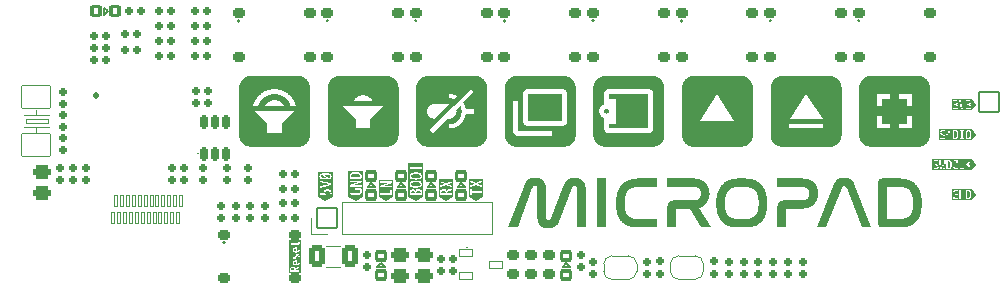
<source format=gbr>
%TF.GenerationSoftware,KiCad,Pcbnew,8.0.3*%
%TF.CreationDate,2024-07-18T08:41:48+12:00*%
%TF.ProjectId,USB Keypad,55534220-4b65-4797-9061-642e6b696361,rev?*%
%TF.SameCoordinates,Original*%
%TF.FileFunction,Legend,Top*%
%TF.FilePolarity,Positive*%
%FSLAX46Y46*%
G04 Gerber Fmt 4.6, Leading zero omitted, Abs format (unit mm)*
G04 Created by KiCad (PCBNEW 8.0.3) date 2024-07-18 08:41:48*
%MOMM*%
%LPD*%
G01*
G04 APERTURE LIST*
G04 Aperture macros list*
%AMRoundRect*
0 Rectangle with rounded corners*
0 $1 Rounding radius*
0 $2 $3 $4 $5 $6 $7 $8 $9 X,Y pos of 4 corners*
0 Add a 4 corners polygon primitive as box body*
4,1,4,$2,$3,$4,$5,$6,$7,$8,$9,$2,$3,0*
0 Add four circle primitives for the rounded corners*
1,1,$1+$1,$2,$3*
1,1,$1+$1,$4,$5*
1,1,$1+$1,$6,$7*
1,1,$1+$1,$8,$9*
0 Add four rect primitives between the rounded corners*
20,1,$1+$1,$2,$3,$4,$5,0*
20,1,$1+$1,$4,$5,$6,$7,0*
20,1,$1+$1,$6,$7,$8,$9,0*
20,1,$1+$1,$8,$9,$2,$3,0*%
%AMFreePoly0*
4,1,35,0.535355,0.785355,0.550000,0.750000,0.550000,-0.750000,0.535355,-0.785355,0.500000,-0.800000,0.000000,-0.800000,-0.012286,-0.794911,-0.071157,-0.794911,-0.085244,-0.792886,-0.221795,-0.752791,-0.234740,-0.746879,-0.354462,-0.669938,-0.365217,-0.660618,-0.458414,-0.553063,-0.466109,-0.541091,-0.525228,-0.411637,-0.529237,-0.397982,-0.549491,-0.257116,-0.550000,-0.250000,-0.550000,0.250000,
-0.549491,0.257116,-0.529237,0.397982,-0.525228,0.411637,-0.466109,0.541091,-0.458414,0.553063,-0.365217,0.660618,-0.354462,0.669938,-0.234740,0.746879,-0.221795,0.752791,-0.085244,0.792886,-0.071157,0.794911,-0.012286,0.794911,0.000000,0.800000,0.500000,0.800000,0.535355,0.785355,0.535355,0.785355,$1*%
%AMFreePoly1*
4,1,35,0.012286,0.794911,0.071157,0.794911,0.085244,0.792886,0.221795,0.752791,0.234740,0.746879,0.354462,0.669938,0.365217,0.660618,0.458414,0.553063,0.466109,0.541091,0.525228,0.411637,0.529237,0.397982,0.549491,0.257116,0.550000,0.250000,0.550000,-0.250000,0.549491,-0.257116,0.529237,-0.397982,0.525228,-0.411637,0.466109,-0.541091,0.458414,-0.553063,0.365217,-0.660618,
0.354462,-0.669938,0.234740,-0.746879,0.221795,-0.752791,0.085244,-0.792886,0.071157,-0.794911,0.012286,-0.794911,0.000000,-0.800000,-0.500000,-0.800000,-0.535355,-0.785355,-0.550000,-0.750000,-0.550000,0.750000,-0.535355,0.785355,-0.500000,0.800000,0.000000,0.800000,0.012286,0.794911,0.012286,0.794911,$1*%
G04 Aperture macros list end*
%ADD10C,0.000000*%
%ADD11C,0.150000*%
%ADD12C,0.120000*%
%ADD13C,0.100000*%
%ADD14C,0.160000*%
%ADD15C,0.254000*%
%ADD16RoundRect,0.225000X0.300000X-0.225000X0.300000X0.225000X-0.300000X0.225000X-0.300000X-0.225000X0*%
%ADD17RoundRect,0.225000X-0.325000X-0.225000X0.325000X-0.225000X0.325000X0.225000X-0.325000X0.225000X0*%
%ADD18RoundRect,0.160000X0.210000X-0.160000X0.210000X0.160000X-0.210000X0.160000X-0.210000X-0.160000X0*%
%ADD19RoundRect,0.160000X-0.210000X0.160000X-0.210000X-0.160000X0.210000X-0.160000X0.210000X0.160000X0*%
%ADD20RoundRect,0.160000X-0.160000X-0.210000X0.160000X-0.210000X0.160000X0.210000X-0.160000X0.210000X0*%
%ADD21RoundRect,0.050000X0.850000X-0.850000X0.850000X0.850000X-0.850000X0.850000X-0.850000X-0.850000X0*%
%ADD22O,1.800000X1.800000*%
%ADD23RoundRect,0.050000X0.535001X0.300000X-0.535001X0.300000X-0.535001X-0.300000X0.535001X-0.300000X0*%
%ADD24RoundRect,0.160000X0.160000X0.210000X-0.160000X0.210000X-0.160000X-0.210000X0.160000X-0.210000X0*%
%ADD25RoundRect,0.050000X1.200000X-0.950000X1.200000X0.950000X-1.200000X0.950000X-1.200000X-0.950000X0*%
%ADD26RoundRect,0.274390X0.475610X-0.288110X0.475610X0.288110X-0.475610X0.288110X-0.475610X-0.288110X0*%
%ADD27RoundRect,0.274390X-0.475610X0.288110X-0.475610X-0.288110X0.475610X-0.288110X0.475610X0.288110X0*%
%ADD28C,0.650013*%
%ADD29RoundRect,0.050000X-0.150000X-0.475006X0.150000X-0.475006X0.150000X0.475006X-0.150000X0.475006X0*%
%ADD30O,1.100000X2.400000*%
%ADD31O,1.700000X2.400000*%
%ADD32RoundRect,0.050000X-0.850000X-0.850000X0.850000X-0.850000X0.850000X0.850000X-0.850000X0.850000X0*%
%ADD33RoundRect,0.165789X0.384211X-0.359211X0.384211X0.359211X-0.384211X0.359211X-0.384211X-0.359211X0*%
%ADD34C,0.500000*%
%ADD35RoundRect,0.270000X0.405000X0.655000X-0.405000X0.655000X-0.405000X-0.655000X0.405000X-0.655000X0*%
%ADD36O,1.600000X0.370003*%
%ADD37O,0.370003X1.600000*%
%ADD38FreePoly0,180.000000*%
%ADD39FreePoly1,180.000000*%
%ADD40C,5.100000*%
%ADD41FreePoly0,0.000000*%
%ADD42FreePoly1,0.000000*%
%ADD43RoundRect,0.175000X-0.175000X0.425000X-0.175000X-0.425000X0.175000X-0.425000X0.175000X0.425000X0*%
%ADD44RoundRect,0.165789X-0.359211X-0.384211X0.359211X-0.384211X0.359211X0.384211X-0.359211X0.384211X0*%
G04 APERTURE END LIST*
D10*
G36*
X50348566Y-19299717D02*
G01*
X49622985Y-19299717D01*
X49622985Y-15149157D01*
X50348566Y-15149157D01*
X50348566Y-19299717D01*
G37*
G36*
X46649972Y-10285026D02*
G01*
X43730255Y-10285026D01*
X43730255Y-7999894D01*
X46649972Y-7999894D01*
X46649972Y-10285026D01*
G37*
G36*
X53945135Y-10910311D02*
G01*
X50605285Y-10910311D01*
X50605285Y-10500000D01*
X51230054Y-10500000D01*
X51230054Y-8410205D01*
X50605285Y-8410205D01*
X50605285Y-7999894D01*
X53945135Y-7999894D01*
X53945135Y-10910311D01*
G37*
G36*
X39336658Y-6464333D02*
G01*
X39387573Y-6468181D01*
X39437732Y-6474517D01*
X39487072Y-6483281D01*
X39535531Y-6494410D01*
X39583047Y-6507843D01*
X39629560Y-6523517D01*
X39675006Y-6541372D01*
X39719324Y-6561344D01*
X39762452Y-6583372D01*
X39804328Y-6607395D01*
X39844891Y-6633350D01*
X39884078Y-6661176D01*
X39921827Y-6690810D01*
X39958077Y-6722191D01*
X39992766Y-6755257D01*
X40025832Y-6789946D01*
X40057213Y-6826196D01*
X40086847Y-6863946D01*
X40114673Y-6903133D01*
X40140628Y-6943695D01*
X40164651Y-6985571D01*
X40186679Y-7028699D01*
X40206652Y-7073017D01*
X40224506Y-7118463D01*
X40240181Y-7164976D01*
X40253613Y-7212493D01*
X40264743Y-7260952D01*
X40273506Y-7310292D01*
X40279843Y-7360450D01*
X40283690Y-7411366D01*
X40284986Y-7462976D01*
X40284986Y-11463249D01*
X40283690Y-11514860D01*
X40279843Y-11565775D01*
X40273506Y-11615934D01*
X40264743Y-11665274D01*
X40253613Y-11713733D01*
X40240181Y-11761250D01*
X40224506Y-11807762D01*
X40206652Y-11853208D01*
X40186679Y-11897526D01*
X40164651Y-11940654D01*
X40140628Y-11982530D01*
X40114673Y-12023093D01*
X40086847Y-12062280D01*
X40057213Y-12100029D01*
X40025832Y-12136279D01*
X39992766Y-12170968D01*
X39958077Y-12204034D01*
X39921827Y-12235415D01*
X39884078Y-12265050D01*
X39844891Y-12292875D01*
X39804328Y-12318830D01*
X39762452Y-12342853D01*
X39719324Y-12364881D01*
X39675006Y-12384854D01*
X39629560Y-12402708D01*
X39583047Y-12418383D01*
X39535531Y-12431815D01*
X39487072Y-12442945D01*
X39437732Y-12451708D01*
X39387573Y-12458045D01*
X39336658Y-12461892D01*
X39285047Y-12463188D01*
X35663562Y-12463188D01*
X35285291Y-12463188D01*
X35233681Y-12461892D01*
X35182765Y-12458045D01*
X35132607Y-12451708D01*
X35083267Y-12442945D01*
X35034808Y-12431815D01*
X34987291Y-12418383D01*
X34940779Y-12402708D01*
X34895332Y-12384854D01*
X34851014Y-12364881D01*
X34807886Y-12342853D01*
X34766010Y-12318830D01*
X34725448Y-12292875D01*
X34686261Y-12265050D01*
X34648511Y-12235415D01*
X34612261Y-12204034D01*
X34577572Y-12170968D01*
X34544506Y-12136279D01*
X34513125Y-12100029D01*
X34483491Y-12062280D01*
X34455665Y-12023093D01*
X34429710Y-11982530D01*
X34405687Y-11940654D01*
X34383659Y-11897526D01*
X34363687Y-11853208D01*
X34345832Y-11807762D01*
X34330158Y-11761250D01*
X34316725Y-11713733D01*
X34305596Y-11665274D01*
X34296832Y-11615934D01*
X34290496Y-11565775D01*
X34286648Y-11514860D01*
X34285352Y-11463249D01*
X34285352Y-11066374D01*
X35400013Y-11066374D01*
X35663562Y-11329924D01*
X36913616Y-10079871D01*
X37069679Y-10079871D01*
X37101153Y-10079147D01*
X37132100Y-10076973D01*
X37162519Y-10073350D01*
X37192408Y-10068279D01*
X37221767Y-10061758D01*
X37250594Y-10053787D01*
X37278889Y-10044368D01*
X37306651Y-10033499D01*
X37333879Y-10021180D01*
X37360573Y-10007411D01*
X37386730Y-9992193D01*
X37412350Y-9975525D01*
X37437433Y-9957407D01*
X37461977Y-9937839D01*
X37485981Y-9916821D01*
X37509445Y-9894353D01*
X37531913Y-9870894D01*
X37552931Y-9846906D01*
X37572499Y-9822388D01*
X37590617Y-9797338D01*
X37607285Y-9771757D01*
X37622503Y-9745644D01*
X37636272Y-9718997D01*
X37648590Y-9691818D01*
X37659460Y-9664104D01*
X37668879Y-9635855D01*
X37676850Y-9607071D01*
X37683371Y-9577752D01*
X37688442Y-9547896D01*
X37692065Y-9517503D01*
X37694239Y-9486572D01*
X37694963Y-9455103D01*
X37694653Y-9440140D01*
X37693726Y-9424550D01*
X37692183Y-9408340D01*
X37690027Y-9391514D01*
X37687261Y-9374078D01*
X37683888Y-9356037D01*
X37679909Y-9337396D01*
X37675327Y-9318160D01*
X38017423Y-8976579D01*
X38030426Y-9005914D01*
X38042581Y-9035326D01*
X38053889Y-9064814D01*
X38064350Y-9094378D01*
X38073967Y-9124019D01*
X38082741Y-9153736D01*
X38090673Y-9183530D01*
X38097765Y-9213400D01*
X38104017Y-9243346D01*
X38109431Y-9273368D01*
X38114009Y-9303467D01*
X38117751Y-9333642D01*
X38120660Y-9363893D01*
X38122736Y-9394220D01*
X38123980Y-9424623D01*
X38124395Y-9455103D01*
X38123256Y-9510799D01*
X38119838Y-9565581D01*
X38114139Y-9619449D01*
X38106159Y-9672403D01*
X38095896Y-9724443D01*
X38083348Y-9775568D01*
X38068514Y-9825779D01*
X38051392Y-9875074D01*
X38031982Y-9923453D01*
X38010282Y-9970917D01*
X37986290Y-10017464D01*
X37960005Y-10063095D01*
X37931425Y-10107810D01*
X37900550Y-10151607D01*
X37867378Y-10194488D01*
X37831907Y-10236450D01*
X37793449Y-10275471D01*
X37753760Y-10311968D01*
X37712841Y-10345941D01*
X37670694Y-10377391D01*
X37627320Y-10406321D01*
X37582721Y-10432729D01*
X37536899Y-10456618D01*
X37489854Y-10477989D01*
X37441589Y-10496842D01*
X37392105Y-10513178D01*
X37341403Y-10526998D01*
X37289484Y-10538303D01*
X37236351Y-10547095D01*
X37182005Y-10553373D01*
X37126447Y-10557139D01*
X37069679Y-10558395D01*
X37069679Y-10910311D01*
X37135105Y-10908895D01*
X37199547Y-10904648D01*
X37263003Y-10897571D01*
X37325474Y-10887665D01*
X37386957Y-10874931D01*
X37447451Y-10859371D01*
X37506956Y-10840985D01*
X37565470Y-10819776D01*
X37622993Y-10795743D01*
X37679522Y-10768889D01*
X37735058Y-10739215D01*
X37789598Y-10706721D01*
X37843142Y-10671409D01*
X37895689Y-10633280D01*
X37947238Y-10592335D01*
X37997787Y-10548576D01*
X38045394Y-10501621D01*
X38090558Y-10453529D01*
X38133281Y-10404299D01*
X38173561Y-10353929D01*
X38211399Y-10302420D01*
X38246796Y-10249769D01*
X38279751Y-10195975D01*
X38310264Y-10141038D01*
X38338336Y-10084957D01*
X38363967Y-10027731D01*
X38387157Y-9969357D01*
X38407905Y-9909837D01*
X38426213Y-9849168D01*
X38442079Y-9787349D01*
X38455506Y-9724379D01*
X38466491Y-9660258D01*
X39150171Y-9660258D01*
X39150171Y-9249947D01*
X38466491Y-9249947D01*
X38460045Y-9210086D01*
X38452913Y-9171068D01*
X38445094Y-9132892D01*
X38436589Y-9095558D01*
X38427398Y-9059066D01*
X38417520Y-9023415D01*
X38406956Y-8988604D01*
X38395706Y-8954633D01*
X38383768Y-8921501D01*
X38371144Y-8889208D01*
X38357834Y-8857753D01*
X38343836Y-8827135D01*
X38329151Y-8797355D01*
X38313780Y-8768410D01*
X38297721Y-8740302D01*
X38280975Y-8713029D01*
X39150171Y-7843832D01*
X38886104Y-7580282D01*
X37489809Y-8976578D01*
X35820142Y-10646244D01*
X35400013Y-11066374D01*
X34285352Y-11066374D01*
X34285352Y-9455103D01*
X35194857Y-9455103D01*
X35195582Y-9486572D01*
X35197755Y-9517503D01*
X35201378Y-9547896D01*
X35206449Y-9577752D01*
X35212970Y-9607071D01*
X35220941Y-9635855D01*
X35230361Y-9664104D01*
X35241230Y-9691818D01*
X35253549Y-9718997D01*
X35267317Y-9745644D01*
X35282536Y-9771757D01*
X35299204Y-9797338D01*
X35317322Y-9822388D01*
X35336890Y-9846906D01*
X35357908Y-9870894D01*
X35380376Y-9894353D01*
X35403840Y-9916821D01*
X35427845Y-9937839D01*
X35452388Y-9957407D01*
X35477471Y-9975525D01*
X35503091Y-9992193D01*
X35529249Y-10007411D01*
X35555942Y-10021180D01*
X35583170Y-10033499D01*
X35610932Y-10044368D01*
X35639227Y-10053787D01*
X35668054Y-10061758D01*
X35697413Y-10068279D01*
X35727302Y-10073350D01*
X35757721Y-10076973D01*
X35788668Y-10079147D01*
X35820142Y-10079871D01*
X35858900Y-10079871D01*
X37099134Y-8829818D01*
X35820142Y-8829818D01*
X35788668Y-8830543D01*
X35757721Y-8832716D01*
X35727302Y-8836339D01*
X35697413Y-8841410D01*
X35668054Y-8847931D01*
X35639227Y-8855902D01*
X35610932Y-8865321D01*
X35583170Y-8876191D01*
X35555942Y-8888509D01*
X35529249Y-8902278D01*
X35503091Y-8917496D01*
X35477471Y-8934164D01*
X35452388Y-8952282D01*
X35427845Y-8971850D01*
X35403840Y-8992868D01*
X35380376Y-9015336D01*
X35357908Y-9038800D01*
X35336890Y-9062805D01*
X35317322Y-9087349D01*
X35299204Y-9112431D01*
X35282536Y-9138052D01*
X35267317Y-9164209D01*
X35253549Y-9190902D01*
X35241230Y-9218130D01*
X35230361Y-9245892D01*
X35220941Y-9274187D01*
X35212970Y-9303015D01*
X35206449Y-9332373D01*
X35201378Y-9362262D01*
X35197755Y-9392681D01*
X35195582Y-9423628D01*
X35194857Y-9455103D01*
X34285352Y-9455103D01*
X34285352Y-8351294D01*
X37069679Y-8351294D01*
X37097643Y-8351637D01*
X37125382Y-8352666D01*
X37152896Y-8354380D01*
X37180184Y-8356781D01*
X37207246Y-8359868D01*
X37234081Y-8363641D01*
X37260688Y-8368100D01*
X37287067Y-8373246D01*
X37313217Y-8379079D01*
X37339138Y-8385599D01*
X37364828Y-8392805D01*
X37390288Y-8400698D01*
X37415517Y-8409279D01*
X37440514Y-8418546D01*
X37465278Y-8428501D01*
X37489809Y-8439144D01*
X37753356Y-8185413D01*
X37712920Y-8162944D01*
X37672177Y-8141926D01*
X37631126Y-8122358D01*
X37589770Y-8104240D01*
X37548107Y-8087572D01*
X37506138Y-8072354D01*
X37463864Y-8058586D01*
X37421284Y-8046267D01*
X37378399Y-8035398D01*
X37335209Y-8025978D01*
X37291714Y-8018008D01*
X37247915Y-8011487D01*
X37203811Y-8006415D01*
X37159404Y-8002792D01*
X37114693Y-8000619D01*
X37069679Y-7999894D01*
X37069679Y-8351294D01*
X34285352Y-8351294D01*
X34285352Y-7462976D01*
X34286648Y-7411366D01*
X34290496Y-7360450D01*
X34296832Y-7310292D01*
X34305596Y-7260952D01*
X34316725Y-7212493D01*
X34330158Y-7164976D01*
X34345832Y-7118463D01*
X34363687Y-7073017D01*
X34383659Y-7028699D01*
X34405687Y-6985571D01*
X34429710Y-6943695D01*
X34455665Y-6903133D01*
X34483491Y-6863946D01*
X34513125Y-6826196D01*
X34544506Y-6789946D01*
X34577572Y-6755257D01*
X34612261Y-6722191D01*
X34648511Y-6690810D01*
X34686261Y-6661176D01*
X34725448Y-6633350D01*
X34766010Y-6607395D01*
X34807886Y-6583372D01*
X34851014Y-6561344D01*
X34895332Y-6541372D01*
X34940779Y-6523517D01*
X34987291Y-6507843D01*
X35034808Y-6494410D01*
X35083267Y-6483281D01*
X35132607Y-6474517D01*
X35182765Y-6468181D01*
X35233681Y-6464333D01*
X35285291Y-6463037D01*
X39285047Y-6463037D01*
X39336658Y-6464333D01*
G37*
G36*
X31836857Y-6464333D02*
G01*
X31887773Y-6468181D01*
X31937931Y-6474517D01*
X31987271Y-6483281D01*
X32035730Y-6494410D01*
X32083247Y-6507843D01*
X32129759Y-6523517D01*
X32175206Y-6541372D01*
X32219524Y-6561344D01*
X32262652Y-6583372D01*
X32304528Y-6607395D01*
X32345090Y-6633350D01*
X32384277Y-6661176D01*
X32422027Y-6690810D01*
X32458277Y-6722191D01*
X32492966Y-6755257D01*
X32526032Y-6789946D01*
X32557413Y-6826196D01*
X32587047Y-6863946D01*
X32614873Y-6903133D01*
X32640828Y-6943695D01*
X32664850Y-6985571D01*
X32686879Y-7028699D01*
X32706851Y-7073017D01*
X32724705Y-7118463D01*
X32740380Y-7164976D01*
X32753813Y-7212493D01*
X32764942Y-7260952D01*
X32773706Y-7310292D01*
X32780042Y-7360450D01*
X32783889Y-7411366D01*
X32785185Y-7462976D01*
X32785185Y-11463249D01*
X32783889Y-11514860D01*
X32780042Y-11565775D01*
X32773706Y-11615934D01*
X32764942Y-11665274D01*
X32753813Y-11713733D01*
X32740380Y-11761250D01*
X32724705Y-11807762D01*
X32706851Y-11853208D01*
X32686879Y-11897526D01*
X32664850Y-11940654D01*
X32640828Y-11982530D01*
X32614873Y-12023093D01*
X32587047Y-12062280D01*
X32557413Y-12100029D01*
X32526032Y-12136279D01*
X32492966Y-12170968D01*
X32458277Y-12204034D01*
X32422027Y-12235415D01*
X32384277Y-12265050D01*
X32345090Y-12292875D01*
X32304528Y-12318830D01*
X32262652Y-12342853D01*
X32219524Y-12364881D01*
X32175206Y-12384854D01*
X32129759Y-12402708D01*
X32083247Y-12418383D01*
X32035730Y-12431815D01*
X31987271Y-12442945D01*
X31937931Y-12451708D01*
X31887773Y-12458045D01*
X31836857Y-12461892D01*
X31785246Y-12463188D01*
X29150265Y-12463188D01*
X27785491Y-12463188D01*
X27733879Y-12461892D01*
X27682959Y-12458045D01*
X27632793Y-12451708D01*
X27583444Y-12442945D01*
X27534973Y-12431815D01*
X27487442Y-12418383D01*
X27440914Y-12402708D01*
X27395451Y-12384854D01*
X27351114Y-12364881D01*
X27307966Y-12342853D01*
X27266068Y-12318830D01*
X27225483Y-12292875D01*
X27186273Y-12265050D01*
X27148500Y-12235415D01*
X27112226Y-12204034D01*
X27077513Y-12170968D01*
X27044423Y-12136279D01*
X27013018Y-12100029D01*
X26983360Y-12062280D01*
X26955511Y-12023093D01*
X26929534Y-11982530D01*
X26905490Y-11940654D01*
X26883441Y-11897526D01*
X26863450Y-11853208D01*
X26845578Y-11807762D01*
X26829888Y-11761250D01*
X26816441Y-11713733D01*
X26805300Y-11665274D01*
X26796527Y-11615934D01*
X26790184Y-11565775D01*
X26786332Y-11514860D01*
X26785035Y-11463249D01*
X26785035Y-9034973D01*
X28104850Y-9034973D01*
X29150265Y-10079871D01*
X29150265Y-10910311D01*
X30399801Y-10910311D01*
X30399801Y-10079871D01*
X31444699Y-9034973D01*
X30614775Y-9034973D01*
X28104850Y-9034973D01*
X26785035Y-9034973D01*
X26785035Y-8625179D01*
X28935291Y-8625179D01*
X30614775Y-8625179D01*
X30580597Y-8561318D01*
X30543979Y-8501572D01*
X30504921Y-8445940D01*
X30463424Y-8394424D01*
X30419486Y-8347025D01*
X30373108Y-8303743D01*
X30324289Y-8264580D01*
X30273029Y-8229535D01*
X30219327Y-8198611D01*
X30163184Y-8171807D01*
X30104599Y-8149125D01*
X30043571Y-8130565D01*
X29980101Y-8116128D01*
X29914188Y-8105815D01*
X29845832Y-8099626D01*
X29775033Y-8097563D01*
X29745697Y-8098171D01*
X29716286Y-8099996D01*
X29686798Y-8103039D01*
X29657234Y-8107299D01*
X29627593Y-8112778D01*
X29597876Y-8119477D01*
X29568082Y-8127394D01*
X29538212Y-8136532D01*
X29508266Y-8146890D01*
X29478244Y-8158470D01*
X29448145Y-8171272D01*
X29417971Y-8185296D01*
X29387720Y-8200542D01*
X29357392Y-8217013D01*
X29326989Y-8234707D01*
X29296509Y-8253626D01*
X29265344Y-8273391D01*
X29235326Y-8293623D01*
X29206455Y-8314322D01*
X29178729Y-8335485D01*
X29152149Y-8357111D01*
X29126714Y-8379198D01*
X29102424Y-8401747D01*
X29079279Y-8424754D01*
X29057278Y-8448219D01*
X29036422Y-8472141D01*
X29016709Y-8496517D01*
X28998140Y-8521348D01*
X28980714Y-8546630D01*
X28964430Y-8572364D01*
X28949289Y-8598548D01*
X28935291Y-8625179D01*
X26785035Y-8625179D01*
X26785035Y-7462976D01*
X26786332Y-7411366D01*
X26790184Y-7360450D01*
X26796527Y-7310292D01*
X26805300Y-7260952D01*
X26816441Y-7212493D01*
X26829888Y-7164976D01*
X26845578Y-7118463D01*
X26863450Y-7073017D01*
X26883441Y-7028699D01*
X26905490Y-6985571D01*
X26929534Y-6943695D01*
X26955511Y-6903133D01*
X26983360Y-6863946D01*
X27013018Y-6826196D01*
X27044423Y-6789946D01*
X27077513Y-6755257D01*
X27112226Y-6722191D01*
X27148500Y-6690810D01*
X27186273Y-6661176D01*
X27225483Y-6633350D01*
X27266068Y-6607395D01*
X27307966Y-6583372D01*
X27351114Y-6561344D01*
X27395451Y-6541372D01*
X27440914Y-6523517D01*
X27487442Y-6507843D01*
X27534973Y-6494410D01*
X27583444Y-6483281D01*
X27632793Y-6474517D01*
X27682959Y-6468181D01*
X27733879Y-6464333D01*
X27785491Y-6463037D01*
X31785246Y-6463037D01*
X31836857Y-6464333D01*
G37*
G36*
X70608504Y-15077121D02*
G01*
X70684042Y-15082467D01*
X70756157Y-15091542D01*
X70790937Y-15097520D01*
X70824868Y-15104481D01*
X70857952Y-15112441D01*
X70890191Y-15121419D01*
X70921589Y-15131430D01*
X70952146Y-15142491D01*
X70981866Y-15154620D01*
X71010751Y-15167833D01*
X71038802Y-15182148D01*
X71066022Y-15197580D01*
X71092414Y-15214147D01*
X71117979Y-15231866D01*
X71142720Y-15250754D01*
X71166640Y-15270827D01*
X71189739Y-15292103D01*
X71212021Y-15314598D01*
X71233488Y-15338330D01*
X71254142Y-15363314D01*
X71273986Y-15389569D01*
X71293021Y-15417110D01*
X71311250Y-15445956D01*
X71328675Y-15476121D01*
X71345298Y-15507625D01*
X71361122Y-15540483D01*
X71376149Y-15574712D01*
X71390380Y-15610330D01*
X72792343Y-19299717D01*
X71986827Y-19299717D01*
X70726287Y-15960822D01*
X70719010Y-15943020D01*
X70711012Y-15926498D01*
X70702293Y-15911237D01*
X70692853Y-15897218D01*
X70682693Y-15884425D01*
X70677342Y-15878482D01*
X70671812Y-15872839D01*
X70666101Y-15867492D01*
X70660210Y-15862441D01*
X70654139Y-15857683D01*
X70647888Y-15853215D01*
X70641457Y-15849035D01*
X70634846Y-15845141D01*
X70628054Y-15841531D01*
X70621082Y-15838203D01*
X70606599Y-15832381D01*
X70591394Y-15827658D01*
X70575469Y-15824016D01*
X70558824Y-15821437D01*
X70541458Y-15819903D01*
X70523372Y-15819395D01*
X70505284Y-15819903D01*
X70487908Y-15821437D01*
X70479484Y-15822595D01*
X70471234Y-15824016D01*
X70463158Y-15825703D01*
X70455254Y-15827658D01*
X70447521Y-15829883D01*
X70439958Y-15832381D01*
X70432564Y-15835153D01*
X70425338Y-15838203D01*
X70418278Y-15841531D01*
X70411384Y-15845141D01*
X70404654Y-15849035D01*
X70398088Y-15853215D01*
X70391683Y-15857683D01*
X70385440Y-15862441D01*
X70379356Y-15867492D01*
X70373431Y-15872839D01*
X70367664Y-15878482D01*
X70362053Y-15884425D01*
X70356598Y-15890670D01*
X70351297Y-15897218D01*
X70346149Y-15904073D01*
X70341154Y-15911237D01*
X70336309Y-15918711D01*
X70331613Y-15926498D01*
X70322668Y-15943020D01*
X70314308Y-15960822D01*
X68998428Y-19299717D01*
X68199062Y-19299717D01*
X69656368Y-15610330D01*
X69686710Y-15540483D01*
X69720115Y-15476121D01*
X69756619Y-15417110D01*
X69796257Y-15363314D01*
X69839066Y-15314598D01*
X69861670Y-15292103D01*
X69885081Y-15270827D01*
X69934339Y-15231866D01*
X69986876Y-15197580D01*
X70042727Y-15167833D01*
X70101929Y-15142491D01*
X70164518Y-15121419D01*
X70230530Y-15104481D01*
X70300000Y-15091542D01*
X70372966Y-15082467D01*
X70449462Y-15077121D01*
X70529525Y-15075369D01*
X70608504Y-15077121D01*
G37*
G36*
X24337056Y-6464333D02*
G01*
X24387972Y-6468181D01*
X24438130Y-6474517D01*
X24487470Y-6483281D01*
X24535929Y-6494410D01*
X24583446Y-6507843D01*
X24629959Y-6523517D01*
X24675405Y-6541372D01*
X24719723Y-6561344D01*
X24762851Y-6583372D01*
X24804727Y-6607395D01*
X24845289Y-6633350D01*
X24884476Y-6661176D01*
X24922226Y-6690810D01*
X24958476Y-6722191D01*
X24993165Y-6755257D01*
X25026231Y-6789946D01*
X25057612Y-6826196D01*
X25087246Y-6863946D01*
X25115072Y-6903133D01*
X25141027Y-6943695D01*
X25165050Y-6985571D01*
X25187078Y-7028699D01*
X25207050Y-7073017D01*
X25224905Y-7118463D01*
X25240579Y-7164976D01*
X25254012Y-7212493D01*
X25265141Y-7260952D01*
X25273905Y-7310292D01*
X25280241Y-7360450D01*
X25284089Y-7411366D01*
X25285385Y-7462976D01*
X25285385Y-11463249D01*
X25284089Y-11514860D01*
X25280241Y-11565775D01*
X25273905Y-11615934D01*
X25265141Y-11665274D01*
X25254012Y-11713733D01*
X25240579Y-11761250D01*
X25224905Y-11807762D01*
X25207050Y-11853208D01*
X25187078Y-11897526D01*
X25165050Y-11940654D01*
X25141027Y-11982530D01*
X25115072Y-12023093D01*
X25087246Y-12062280D01*
X25057612Y-12100029D01*
X25026231Y-12136279D01*
X24993165Y-12170968D01*
X24958476Y-12204034D01*
X24922226Y-12235415D01*
X24884476Y-12265050D01*
X24845289Y-12292875D01*
X24804727Y-12318830D01*
X24762851Y-12342853D01*
X24719723Y-12364881D01*
X24675405Y-12384854D01*
X24629959Y-12402708D01*
X24583446Y-12418383D01*
X24535929Y-12431815D01*
X24487470Y-12442945D01*
X24438130Y-12451708D01*
X24387972Y-12458045D01*
X24337056Y-12461892D01*
X24285446Y-12463188D01*
X21649947Y-12463188D01*
X20285173Y-12463188D01*
X20233562Y-12461892D01*
X20182647Y-12458045D01*
X20132488Y-12451708D01*
X20083148Y-12442945D01*
X20034689Y-12431815D01*
X19987172Y-12418383D01*
X19940660Y-12402708D01*
X19895214Y-12384854D01*
X19850896Y-12364881D01*
X19807768Y-12342853D01*
X19765892Y-12318830D01*
X19725329Y-12292875D01*
X19686142Y-12265050D01*
X19648393Y-12235415D01*
X19612143Y-12204034D01*
X19577454Y-12170968D01*
X19544388Y-12136279D01*
X19513007Y-12100029D01*
X19483372Y-12062280D01*
X19455547Y-12023093D01*
X19429592Y-11982530D01*
X19405569Y-11940654D01*
X19383541Y-11897526D01*
X19363568Y-11853208D01*
X19345714Y-11807762D01*
X19330039Y-11761250D01*
X19316607Y-11713733D01*
X19305477Y-11665274D01*
X19296714Y-11615934D01*
X19290377Y-11565775D01*
X19286530Y-11514860D01*
X19285234Y-11463249D01*
X19285234Y-9455103D01*
X20605050Y-9455103D01*
X21649947Y-10500000D01*
X21649947Y-11329924D01*
X22900000Y-11329924D01*
X22900000Y-10500000D01*
X23944898Y-9455103D01*
X23114974Y-9455103D01*
X20878418Y-9455103D01*
X20605050Y-9455103D01*
X19285234Y-9455103D01*
X19285234Y-9034973D01*
X20448987Y-9034973D01*
X20878418Y-9034973D01*
X21434974Y-9034973D01*
X23114974Y-9034973D01*
X23081940Y-8972301D01*
X23046314Y-8913679D01*
X23008096Y-8859105D01*
X22967285Y-8808580D01*
X22923882Y-8762101D01*
X22877885Y-8719668D01*
X22829295Y-8681281D01*
X22778111Y-8646939D01*
X22724333Y-8616639D01*
X22667961Y-8590383D01*
X22608995Y-8568168D01*
X22547433Y-8549995D01*
X22483276Y-8535861D01*
X22416524Y-8525767D01*
X22347176Y-8519711D01*
X22275232Y-8517692D01*
X22244714Y-8518301D01*
X22214195Y-8520126D01*
X22183674Y-8523168D01*
X22153153Y-8527429D01*
X22122630Y-8532908D01*
X22092108Y-8539606D01*
X22061584Y-8547524D01*
X22031061Y-8556661D01*
X22000538Y-8567020D01*
X21970015Y-8578600D01*
X21939492Y-8591401D01*
X21908970Y-8605425D01*
X21878448Y-8620672D01*
X21847928Y-8637142D01*
X21817408Y-8654836D01*
X21786890Y-8673755D01*
X21756903Y-8692332D01*
X21727976Y-8711440D01*
X21700111Y-8731080D01*
X21673309Y-8751253D01*
X21647572Y-8771958D01*
X21622899Y-8793197D01*
X21599292Y-8814969D01*
X21576752Y-8837275D01*
X21555280Y-8860114D01*
X21534878Y-8883489D01*
X21515546Y-8907397D01*
X21497285Y-8931841D01*
X21480096Y-8956821D01*
X21463980Y-8982335D01*
X21448939Y-9008386D01*
X21434974Y-9034973D01*
X20878418Y-9034973D01*
X20896464Y-8978288D01*
X20916422Y-8922979D01*
X20938291Y-8869045D01*
X20962071Y-8816486D01*
X20987760Y-8765301D01*
X21015359Y-8715491D01*
X21044867Y-8667054D01*
X21076282Y-8619991D01*
X21109605Y-8574302D01*
X21144835Y-8529985D01*
X21181970Y-8487042D01*
X21221011Y-8445470D01*
X21261957Y-8405270D01*
X21304807Y-8366442D01*
X21349560Y-8328986D01*
X21396216Y-8292900D01*
X21444283Y-8257423D01*
X21493267Y-8224234D01*
X21543169Y-8193333D01*
X21593987Y-8164720D01*
X21645723Y-8138396D01*
X21698375Y-8114360D01*
X21751943Y-8092613D01*
X21806428Y-8073155D01*
X21861827Y-8055985D01*
X21918142Y-8041105D01*
X21975372Y-8028513D01*
X22033516Y-8018211D01*
X22092575Y-8010198D01*
X22152547Y-8004474D01*
X22213433Y-8001039D01*
X22275232Y-7999894D01*
X22337026Y-8001039D01*
X22397895Y-8004474D01*
X22457842Y-8010198D01*
X22516868Y-8018211D01*
X22574973Y-8028513D01*
X22632159Y-8041105D01*
X22688427Y-8055985D01*
X22743779Y-8073155D01*
X22798215Y-8092613D01*
X22851736Y-8114360D01*
X22904345Y-8138396D01*
X22956041Y-8164720D01*
X23006827Y-8193333D01*
X23056703Y-8224234D01*
X23105671Y-8257423D01*
X23153732Y-8292900D01*
X23200388Y-8328986D01*
X23245141Y-8366442D01*
X23287991Y-8405270D01*
X23328937Y-8445470D01*
X23367978Y-8487042D01*
X23405113Y-8529985D01*
X23440343Y-8574302D01*
X23473666Y-8619991D01*
X23505081Y-8667054D01*
X23534589Y-8715491D01*
X23562188Y-8765301D01*
X23587877Y-8816486D01*
X23611657Y-8869045D01*
X23633526Y-8922979D01*
X23653484Y-8978288D01*
X23671530Y-9034973D01*
X24100961Y-9034973D01*
X24082423Y-8956505D01*
X24060988Y-8879793D01*
X24036657Y-8804835D01*
X24009428Y-8731633D01*
X23979301Y-8660185D01*
X23946276Y-8590493D01*
X23910353Y-8522555D01*
X23871531Y-8456372D01*
X23829810Y-8391944D01*
X23785190Y-8329271D01*
X23737669Y-8268352D01*
X23687249Y-8209188D01*
X23633927Y-8151779D01*
X23577705Y-8096123D01*
X23518581Y-8042223D01*
X23456555Y-7990076D01*
X23391290Y-7940413D01*
X23324886Y-7893961D01*
X23257343Y-7850720D01*
X23188661Y-7810689D01*
X23118838Y-7773867D01*
X23047873Y-7740252D01*
X22975766Y-7709843D01*
X22902515Y-7682640D01*
X22828120Y-7658641D01*
X22752579Y-7637846D01*
X22675893Y-7620252D01*
X22598059Y-7605860D01*
X22519077Y-7594668D01*
X22438945Y-7586675D01*
X22357664Y-7581880D01*
X22275232Y-7580282D01*
X22192833Y-7581880D01*
X22111652Y-7586675D01*
X22031689Y-7594668D01*
X21952944Y-7605860D01*
X21875418Y-7620252D01*
X21799112Y-7637846D01*
X21724025Y-7658641D01*
X21650159Y-7682640D01*
X21577514Y-7709843D01*
X21506089Y-7740252D01*
X21435886Y-7773867D01*
X21366906Y-7810689D01*
X21299147Y-7850720D01*
X21232612Y-7893961D01*
X21167299Y-7940413D01*
X21103211Y-7990076D01*
X21040002Y-8042223D01*
X20979771Y-8096123D01*
X20922516Y-8151779D01*
X20868237Y-8209188D01*
X20816935Y-8268352D01*
X20768609Y-8329271D01*
X20723259Y-8391944D01*
X20680884Y-8456372D01*
X20641485Y-8522555D01*
X20605062Y-8590493D01*
X20571613Y-8660185D01*
X20541139Y-8731633D01*
X20513640Y-8804835D01*
X20489115Y-8879793D01*
X20467564Y-8956505D01*
X20448987Y-9034973D01*
X19285234Y-9034973D01*
X19285234Y-7462976D01*
X19286530Y-7411366D01*
X19290377Y-7360450D01*
X19296714Y-7310292D01*
X19305477Y-7260952D01*
X19316607Y-7212493D01*
X19330039Y-7164976D01*
X19345714Y-7118463D01*
X19363568Y-7073017D01*
X19383541Y-7028699D01*
X19405569Y-6985571D01*
X19429592Y-6943695D01*
X19455547Y-6903133D01*
X19483372Y-6863946D01*
X19513007Y-6826196D01*
X19544388Y-6789946D01*
X19577454Y-6755257D01*
X19612143Y-6722191D01*
X19648393Y-6690810D01*
X19686142Y-6661176D01*
X19725329Y-6633350D01*
X19765892Y-6607395D01*
X19807768Y-6583372D01*
X19850896Y-6561344D01*
X19895214Y-6541372D01*
X19940660Y-6523517D01*
X19987172Y-6507843D01*
X20034689Y-6494410D01*
X20083148Y-6483281D01*
X20132488Y-6474517D01*
X20182647Y-6468181D01*
X20233562Y-6464333D01*
X20285173Y-6463037D01*
X24285446Y-6463037D01*
X24337056Y-6464333D01*
G37*
G36*
X75435663Y-15157096D02*
G01*
X75541060Y-15167032D01*
X75643156Y-15180959D01*
X75741934Y-15198885D01*
X75837373Y-15220819D01*
X75929455Y-15246771D01*
X76018160Y-15276748D01*
X76103469Y-15310761D01*
X76185364Y-15348819D01*
X76263824Y-15390929D01*
X76338832Y-15437102D01*
X76410367Y-15487346D01*
X76478410Y-15541671D01*
X76542943Y-15600085D01*
X76603946Y-15662597D01*
X76661401Y-15729216D01*
X76715287Y-15799952D01*
X76765586Y-15874813D01*
X76812279Y-15953809D01*
X76855346Y-16036947D01*
X76894769Y-16124239D01*
X76930528Y-16215691D01*
X76962604Y-16311314D01*
X76990979Y-16411116D01*
X77015632Y-16515107D01*
X77036545Y-16623295D01*
X77053698Y-16735690D01*
X77067073Y-16852300D01*
X77076650Y-16973134D01*
X77084335Y-17227512D01*
X77082428Y-17356263D01*
X77076718Y-17480807D01*
X77067220Y-17601152D01*
X77053950Y-17717304D01*
X77036925Y-17829273D01*
X77016159Y-17937066D01*
X76991668Y-18040690D01*
X76963469Y-18140155D01*
X76931577Y-18235467D01*
X76896008Y-18326634D01*
X76856777Y-18413665D01*
X76813900Y-18496567D01*
X76767394Y-18575349D01*
X76717273Y-18650017D01*
X76663554Y-18720580D01*
X76606252Y-18787046D01*
X76545384Y-18849423D01*
X76480964Y-18907719D01*
X76413009Y-18961940D01*
X76341534Y-19012097D01*
X76266555Y-19058195D01*
X76188089Y-19100243D01*
X76106150Y-19138250D01*
X76020754Y-19172222D01*
X75931918Y-19202168D01*
X75839657Y-19228096D01*
X75743986Y-19250013D01*
X75644922Y-19267928D01*
X75542480Y-19281848D01*
X75436676Y-19291781D01*
X75327526Y-19297735D01*
X75215045Y-19299717D01*
X73751590Y-19299717D01*
X73709218Y-19298419D01*
X73689106Y-19296794D01*
X73669709Y-19294517D01*
X73651023Y-19291587D01*
X73633047Y-19288003D01*
X73615777Y-19283764D01*
X73599213Y-19278869D01*
X73583350Y-19273315D01*
X73568189Y-19267104D01*
X73553725Y-19260232D01*
X73539957Y-19252699D01*
X73526882Y-19244505D01*
X73514499Y-19235647D01*
X73502805Y-19226125D01*
X73491798Y-19215938D01*
X73481475Y-19205084D01*
X73471835Y-19193562D01*
X73462874Y-19181372D01*
X73454592Y-19168511D01*
X73446985Y-19154980D01*
X73440051Y-19140776D01*
X73433788Y-19125899D01*
X73428194Y-19110348D01*
X73423267Y-19094121D01*
X73419004Y-19077218D01*
X73415403Y-19059637D01*
X73412461Y-19041376D01*
X73410178Y-19022436D01*
X73408549Y-19002815D01*
X73407249Y-18961524D01*
X73407249Y-18500350D01*
X74132827Y-18500350D01*
X74133117Y-18510299D01*
X74133481Y-18514957D01*
X74133992Y-18519410D01*
X74134653Y-18523659D01*
X74135462Y-18527710D01*
X74136423Y-18531564D01*
X74137536Y-18535227D01*
X74138802Y-18538699D01*
X74140222Y-18541987D01*
X74141797Y-18545091D01*
X74143530Y-18548017D01*
X74145419Y-18550767D01*
X74147468Y-18553345D01*
X74149676Y-18555754D01*
X74152045Y-18557997D01*
X74154577Y-18560078D01*
X74157271Y-18562001D01*
X74160131Y-18563768D01*
X74163155Y-18565383D01*
X74166346Y-18566850D01*
X74169705Y-18568171D01*
X74173233Y-18569350D01*
X74176931Y-18570391D01*
X74180800Y-18571297D01*
X74184841Y-18572071D01*
X74193445Y-18573237D01*
X74202751Y-18573918D01*
X74212768Y-18574138D01*
X75215049Y-18574138D01*
X75360639Y-18569417D01*
X75495465Y-18555103D01*
X75558901Y-18544278D01*
X75619717Y-18530971D01*
X75677936Y-18515153D01*
X75733583Y-18496796D01*
X75786680Y-18475871D01*
X75837252Y-18452352D01*
X75885322Y-18426209D01*
X75930915Y-18397415D01*
X75974052Y-18365941D01*
X76014759Y-18331759D01*
X76053058Y-18294842D01*
X76088975Y-18255160D01*
X76122531Y-18212686D01*
X76153750Y-18167391D01*
X76182658Y-18119248D01*
X76209276Y-18068228D01*
X76233629Y-18014304D01*
X76255740Y-17957446D01*
X76275633Y-17897627D01*
X76293332Y-17834819D01*
X76308860Y-17768994D01*
X76322240Y-17700123D01*
X76342655Y-17553131D01*
X76354766Y-17393620D01*
X76358760Y-17221363D01*
X76354766Y-17050188D01*
X76342655Y-16891624D01*
X76333498Y-16817003D01*
X76322240Y-16745453D01*
X76308859Y-16676948D01*
X76293331Y-16611461D01*
X76275632Y-16548964D01*
X76255739Y-16489430D01*
X76233628Y-16432833D01*
X76209275Y-16379145D01*
X76182656Y-16328339D01*
X76153749Y-16280389D01*
X76122529Y-16235267D01*
X76088973Y-16192946D01*
X76053057Y-16153399D01*
X76014757Y-16116600D01*
X75974051Y-16082521D01*
X75930913Y-16051135D01*
X75885321Y-16022415D01*
X75837250Y-15996335D01*
X75786678Y-15972866D01*
X75733581Y-15951983D01*
X75677934Y-15933657D01*
X75619715Y-15917863D01*
X75558900Y-15904573D01*
X75495464Y-15893760D01*
X75429385Y-15885396D01*
X75360639Y-15879456D01*
X75289201Y-15875912D01*
X75215049Y-15874736D01*
X74212768Y-15874736D01*
X74202751Y-15874957D01*
X74193445Y-15875637D01*
X74184841Y-15876803D01*
X74180800Y-15877577D01*
X74176931Y-15878483D01*
X74173233Y-15879524D01*
X74169705Y-15880703D01*
X74166346Y-15882025D01*
X74163155Y-15883491D01*
X74160131Y-15885106D01*
X74157271Y-15886873D01*
X74154577Y-15888796D01*
X74152045Y-15890877D01*
X74149676Y-15893121D01*
X74147468Y-15895529D01*
X74145419Y-15898107D01*
X74143530Y-15900857D01*
X74141797Y-15903783D01*
X74140222Y-15906888D01*
X74138802Y-15910175D01*
X74137536Y-15913648D01*
X74136423Y-15917310D01*
X74135462Y-15921164D01*
X74134653Y-15925215D01*
X74133992Y-15929465D01*
X74133481Y-15933917D01*
X74133117Y-15938575D01*
X74132900Y-15943443D01*
X74132827Y-15948524D01*
X74132827Y-18500350D01*
X73407249Y-18500350D01*
X73407249Y-15948524D01*
X73407249Y-15487351D01*
X73408549Y-15446060D01*
X73410177Y-15426438D01*
X73412461Y-15407498D01*
X73415402Y-15389238D01*
X73419003Y-15371656D01*
X73423266Y-15354753D01*
X73428194Y-15338526D01*
X73433787Y-15322975D01*
X73440050Y-15308098D01*
X73446984Y-15293894D01*
X73454591Y-15280363D01*
X73462873Y-15267503D01*
X73471834Y-15255312D01*
X73481474Y-15243791D01*
X73491797Y-15232937D01*
X73502804Y-15222749D01*
X73514498Y-15213227D01*
X73526881Y-15204369D01*
X73539955Y-15196175D01*
X73553723Y-15188642D01*
X73568187Y-15181771D01*
X73583349Y-15175559D01*
X73599211Y-15170006D01*
X73615776Y-15165110D01*
X73633045Y-15160871D01*
X73651022Y-15157287D01*
X73669708Y-15154357D01*
X73689105Y-15152080D01*
X73709217Y-15150455D01*
X73751590Y-15149157D01*
X75215045Y-15149157D01*
X75435663Y-15157096D01*
G37*
G36*
X54336776Y-6464333D02*
G01*
X54387691Y-6468181D01*
X54437849Y-6474517D01*
X54487189Y-6483281D01*
X54535648Y-6494410D01*
X54583165Y-6507843D01*
X54629677Y-6523517D01*
X54675123Y-6541372D01*
X54719441Y-6561344D01*
X54762569Y-6583372D01*
X54804445Y-6607395D01*
X54845008Y-6633350D01*
X54884195Y-6661176D01*
X54921944Y-6690810D01*
X54958195Y-6722191D01*
X54992884Y-6755257D01*
X55025950Y-6789946D01*
X55057331Y-6826196D01*
X55086965Y-6863946D01*
X55114791Y-6903133D01*
X55140746Y-6943695D01*
X55164769Y-6985571D01*
X55186797Y-7028699D01*
X55206770Y-7073017D01*
X55224624Y-7118463D01*
X55240299Y-7164976D01*
X55253731Y-7212493D01*
X55264861Y-7260952D01*
X55273624Y-7310292D01*
X55279961Y-7360450D01*
X55283808Y-7411366D01*
X55285104Y-7462976D01*
X55285104Y-11463249D01*
X55283808Y-11514860D01*
X55279961Y-11565775D01*
X55273624Y-11615934D01*
X55264861Y-11665274D01*
X55253731Y-11713733D01*
X55240299Y-11761250D01*
X55224624Y-11807762D01*
X55206770Y-11853208D01*
X55186797Y-11897526D01*
X55164769Y-11940654D01*
X55140746Y-11982530D01*
X55114791Y-12023093D01*
X55086965Y-12062280D01*
X55057331Y-12100029D01*
X55025950Y-12136279D01*
X54992884Y-12170968D01*
X54958195Y-12204034D01*
X54921944Y-12235415D01*
X54884195Y-12265050D01*
X54845008Y-12292875D01*
X54804445Y-12318830D01*
X54762569Y-12342853D01*
X54719441Y-12364881D01*
X54675123Y-12384854D01*
X54629677Y-12402708D01*
X54583165Y-12418383D01*
X54535648Y-12431815D01*
X54487189Y-12442945D01*
X54437849Y-12451708D01*
X54387691Y-12458045D01*
X54336776Y-12461892D01*
X54285165Y-12463188D01*
X50605285Y-12463188D01*
X50285409Y-12463188D01*
X50233799Y-12461892D01*
X50182883Y-12458045D01*
X50132725Y-12451708D01*
X50083385Y-12442945D01*
X50034926Y-12431815D01*
X49987409Y-12418383D01*
X49940897Y-12402708D01*
X49895451Y-12384854D01*
X49851133Y-12364881D01*
X49808005Y-12342853D01*
X49766128Y-12318830D01*
X49725566Y-12292875D01*
X49686379Y-12265050D01*
X49648630Y-12235415D01*
X49612379Y-12204034D01*
X49577690Y-12170968D01*
X49544624Y-12136279D01*
X49513243Y-12100029D01*
X49483609Y-12062280D01*
X49455784Y-12023093D01*
X49429828Y-11982530D01*
X49405806Y-11940654D01*
X49383777Y-11897526D01*
X49363805Y-11853208D01*
X49345951Y-11807762D01*
X49330276Y-11761250D01*
X49316843Y-11713733D01*
X49305714Y-11665274D01*
X49296950Y-11615934D01*
X49290614Y-11565775D01*
X49286767Y-11514860D01*
X49285471Y-11463249D01*
X49285471Y-9455103D01*
X49774847Y-9455103D01*
X49775306Y-9480546D01*
X49776683Y-9505605D01*
X49778977Y-9530280D01*
X49782189Y-9554573D01*
X49786318Y-9578483D01*
X49791363Y-9602010D01*
X49797325Y-9625156D01*
X49804202Y-9647919D01*
X49811995Y-9670301D01*
X49820703Y-9692302D01*
X49830326Y-9713922D01*
X49840864Y-9735162D01*
X49852315Y-9756021D01*
X49864680Y-9776501D01*
X49877959Y-9796600D01*
X49892150Y-9816321D01*
X49907067Y-9835511D01*
X49922520Y-9854018D01*
X49938508Y-9871842D01*
X49955032Y-9888982D01*
X49972090Y-9905437D01*
X49989683Y-9921207D01*
X50007811Y-9936292D01*
X50026474Y-9950690D01*
X50045670Y-9964402D01*
X50065400Y-9977427D01*
X50085663Y-9989764D01*
X50106460Y-10001412D01*
X50127790Y-10012372D01*
X50149652Y-10022643D01*
X50172047Y-10032223D01*
X50194974Y-10041114D01*
X50194974Y-10910311D01*
X50195472Y-10930911D01*
X50196965Y-10951206D01*
X50199454Y-10971197D01*
X50202936Y-10990883D01*
X50207412Y-11010265D01*
X50212882Y-11029341D01*
X50219344Y-11048113D01*
X50226799Y-11066580D01*
X50235245Y-11084741D01*
X50244683Y-11102597D01*
X50255112Y-11120148D01*
X50266531Y-11137393D01*
X50278939Y-11154333D01*
X50292337Y-11170966D01*
X50306724Y-11187295D01*
X50322099Y-11203317D01*
X50336938Y-11218686D01*
X50352158Y-11233056D01*
X50367760Y-11246429D01*
X50383742Y-11258805D01*
X50400106Y-11270184D01*
X50416851Y-11280569D01*
X50433978Y-11289960D01*
X50451486Y-11298358D01*
X50469375Y-11305765D01*
X50487646Y-11312180D01*
X50506298Y-11317606D01*
X50525332Y-11322043D01*
X50544748Y-11325493D01*
X50564545Y-11327955D01*
X50584724Y-11329432D01*
X50605285Y-11329924D01*
X53945135Y-11329924D01*
X53965734Y-11329432D01*
X53986029Y-11327955D01*
X54006020Y-11325493D01*
X54025706Y-11322043D01*
X54045088Y-11317606D01*
X54064164Y-11312180D01*
X54082936Y-11305765D01*
X54101402Y-11298358D01*
X54119564Y-11289960D01*
X54137420Y-11280569D01*
X54154970Y-11270184D01*
X54172215Y-11258805D01*
X54189155Y-11246429D01*
X54205788Y-11233056D01*
X54222116Y-11218686D01*
X54238138Y-11203317D01*
X54252324Y-11187295D01*
X54265587Y-11170966D01*
X54277927Y-11154333D01*
X54289345Y-11137393D01*
X54299844Y-11120148D01*
X54309423Y-11102597D01*
X54318085Y-11084741D01*
X54325830Y-11066580D01*
X54332659Y-11048113D01*
X54338575Y-11029341D01*
X54343576Y-11010265D01*
X54347666Y-10990883D01*
X54350845Y-10971197D01*
X54353115Y-10951206D01*
X54354475Y-10930911D01*
X54354929Y-10910311D01*
X54354929Y-7999894D01*
X54354475Y-7979295D01*
X54353115Y-7958999D01*
X54350845Y-7939009D01*
X54347666Y-7919322D01*
X54343576Y-7899941D01*
X54338575Y-7880865D01*
X54332659Y-7862093D01*
X54325830Y-7843626D01*
X54318085Y-7825465D01*
X54309423Y-7807609D01*
X54299844Y-7790058D01*
X54289345Y-7772813D01*
X54277927Y-7755873D01*
X54265587Y-7739239D01*
X54252324Y-7722911D01*
X54238138Y-7706889D01*
X54222116Y-7691520D01*
X54205788Y-7677149D01*
X54189155Y-7663777D01*
X54172215Y-7651401D01*
X54154970Y-7640021D01*
X54137420Y-7629637D01*
X54119564Y-7620245D01*
X54101402Y-7611847D01*
X54082936Y-7604441D01*
X54064164Y-7598025D01*
X54045088Y-7592600D01*
X54025706Y-7588163D01*
X54006020Y-7584713D01*
X53986029Y-7582251D01*
X53965734Y-7580774D01*
X53945135Y-7580282D01*
X50605285Y-7580282D01*
X50584724Y-7580774D01*
X50564545Y-7582251D01*
X50544748Y-7584713D01*
X50525332Y-7588163D01*
X50506298Y-7592600D01*
X50487646Y-7598025D01*
X50469375Y-7604441D01*
X50451486Y-7611847D01*
X50433978Y-7620245D01*
X50416851Y-7629637D01*
X50400106Y-7640021D01*
X50383742Y-7651401D01*
X50367760Y-7663777D01*
X50352158Y-7677149D01*
X50336938Y-7691520D01*
X50322099Y-7706889D01*
X50306724Y-7722911D01*
X50292337Y-7739239D01*
X50278939Y-7755873D01*
X50266531Y-7772813D01*
X50255112Y-7790058D01*
X50244683Y-7807609D01*
X50235245Y-7825465D01*
X50226799Y-7843626D01*
X50219344Y-7862093D01*
X50212882Y-7880865D01*
X50207412Y-7899941D01*
X50202936Y-7919322D01*
X50199454Y-7939009D01*
X50196965Y-7958999D01*
X50195472Y-7979295D01*
X50194974Y-7999894D01*
X50194974Y-8869092D01*
X50172047Y-8877982D01*
X50149652Y-8887563D01*
X50127790Y-8897834D01*
X50106460Y-8908794D01*
X50085663Y-8920442D01*
X50065400Y-8932779D01*
X50045670Y-8945804D01*
X50026474Y-8959516D01*
X50007811Y-8973914D01*
X49989683Y-8988999D01*
X49972090Y-9004769D01*
X49955032Y-9021224D01*
X49938508Y-9038364D01*
X49922520Y-9056188D01*
X49907067Y-9074695D01*
X49892150Y-9093885D01*
X49877959Y-9113605D01*
X49864680Y-9133705D01*
X49852315Y-9154185D01*
X49840864Y-9175044D01*
X49830326Y-9196284D01*
X49820703Y-9217904D01*
X49811995Y-9239905D01*
X49804202Y-9262287D01*
X49797325Y-9285050D01*
X49791363Y-9308196D01*
X49786318Y-9331723D01*
X49782189Y-9355633D01*
X49778977Y-9379925D01*
X49776683Y-9404601D01*
X49775306Y-9429660D01*
X49774847Y-9455103D01*
X49285471Y-9455103D01*
X49285471Y-7462976D01*
X49286767Y-7411366D01*
X49290614Y-7360450D01*
X49296950Y-7310292D01*
X49305714Y-7260952D01*
X49316843Y-7212493D01*
X49330276Y-7164976D01*
X49345951Y-7118463D01*
X49363805Y-7073017D01*
X49383777Y-7028699D01*
X49405806Y-6985571D01*
X49429828Y-6943695D01*
X49455784Y-6903133D01*
X49483609Y-6863946D01*
X49513243Y-6826196D01*
X49544624Y-6789946D01*
X49577690Y-6755257D01*
X49612379Y-6722191D01*
X49648630Y-6690810D01*
X49686379Y-6661176D01*
X49725566Y-6633350D01*
X49766128Y-6607395D01*
X49808005Y-6583372D01*
X49851133Y-6561344D01*
X49895451Y-6541372D01*
X49940897Y-6523517D01*
X49987409Y-6507843D01*
X50034926Y-6494410D01*
X50083385Y-6483281D01*
X50132725Y-6474517D01*
X50182883Y-6468181D01*
X50233799Y-6464333D01*
X50285409Y-6463037D01*
X54285165Y-6463037D01*
X54336776Y-6464333D01*
G37*
G36*
X62349681Y-15157232D02*
G01*
X62454754Y-15167331D01*
X62556618Y-15181475D01*
X62655248Y-15199668D01*
X62750620Y-15221913D01*
X62842709Y-15248214D01*
X62931489Y-15278574D01*
X63016937Y-15312996D01*
X63099028Y-15351483D01*
X63177736Y-15394040D01*
X63253038Y-15440669D01*
X63324907Y-15491374D01*
X63393320Y-15546158D01*
X63458252Y-15605024D01*
X63519678Y-15667977D01*
X63577572Y-15735019D01*
X63631912Y-15806153D01*
X63682670Y-15881384D01*
X63729824Y-15960714D01*
X63773347Y-16044147D01*
X63813216Y-16131686D01*
X63849406Y-16223335D01*
X63881891Y-16319096D01*
X63910647Y-16418974D01*
X63935649Y-16522972D01*
X63956873Y-16631093D01*
X63974294Y-16743340D01*
X63987886Y-16859717D01*
X63997626Y-16980227D01*
X64005447Y-17233661D01*
X64003505Y-17361854D01*
X63997693Y-17485874D01*
X63988033Y-17605728D01*
X63974546Y-17721424D01*
X63957253Y-17832967D01*
X63936176Y-17940364D01*
X63911337Y-18043622D01*
X63882756Y-18142749D01*
X63850455Y-18237750D01*
X63814455Y-18328632D01*
X63774778Y-18415403D01*
X63731445Y-18498068D01*
X63684478Y-18576636D01*
X63633898Y-18651111D01*
X63579726Y-18721502D01*
X63521984Y-18787815D01*
X63460693Y-18850056D01*
X63395874Y-18908233D01*
X63327549Y-18962353D01*
X63255740Y-19012421D01*
X63180467Y-19058445D01*
X63101753Y-19100431D01*
X63019618Y-19138387D01*
X62934084Y-19172318D01*
X62845172Y-19202233D01*
X62752903Y-19228137D01*
X62657300Y-19250037D01*
X62558383Y-19267940D01*
X62456174Y-19281853D01*
X62350695Y-19291782D01*
X62241965Y-19297735D01*
X62130008Y-19299717D01*
X61564304Y-19299717D01*
X61343618Y-19291782D01*
X61238138Y-19281853D01*
X61135929Y-19267940D01*
X61037012Y-19250037D01*
X60941409Y-19228137D01*
X60849140Y-19202233D01*
X60760229Y-19172318D01*
X60674694Y-19138387D01*
X60592559Y-19100431D01*
X60513845Y-19058445D01*
X60438572Y-19012421D01*
X60366763Y-18962353D01*
X60298438Y-18908233D01*
X60233620Y-18850056D01*
X60172328Y-18787815D01*
X60114586Y-18721502D01*
X60060414Y-18651111D01*
X60009834Y-18576636D01*
X59962867Y-18498068D01*
X59919534Y-18415403D01*
X59879857Y-18328632D01*
X59843858Y-18237750D01*
X59811556Y-18142749D01*
X59782975Y-18043622D01*
X59758136Y-17940364D01*
X59737059Y-17832967D01*
X59719766Y-17721424D01*
X59706279Y-17605728D01*
X59696619Y-17485874D01*
X59688865Y-17233661D01*
X60414445Y-17233661D01*
X60418509Y-17404766D01*
X60423621Y-17485528D01*
X60430815Y-17563136D01*
X60440111Y-17637617D01*
X60451533Y-17709003D01*
X60465100Y-17777321D01*
X60480835Y-17842602D01*
X60498758Y-17904874D01*
X60518892Y-17964167D01*
X60541257Y-18020511D01*
X60565876Y-18073933D01*
X60592768Y-18124464D01*
X60621956Y-18172134D01*
X60653462Y-18216970D01*
X60687306Y-18259003D01*
X60723510Y-18298262D01*
X60762095Y-18334775D01*
X60803083Y-18368573D01*
X60846494Y-18399685D01*
X60892352Y-18428139D01*
X60940676Y-18453966D01*
X60991489Y-18477194D01*
X61044811Y-18497852D01*
X61100664Y-18515971D01*
X61159070Y-18531579D01*
X61220050Y-18544705D01*
X61283624Y-18555379D01*
X61349816Y-18563630D01*
X61418645Y-18569487D01*
X61490134Y-18572980D01*
X61564304Y-18574138D01*
X62130008Y-18574138D01*
X62274585Y-18569486D01*
X62408659Y-18555367D01*
X62471808Y-18544682D01*
X62532392Y-18531538D01*
X62590432Y-18515907D01*
X62645947Y-18497756D01*
X62698959Y-18477057D01*
X62749486Y-18453778D01*
X62797550Y-18427890D01*
X62843171Y-18399361D01*
X62886369Y-18368161D01*
X62927164Y-18334260D01*
X62965577Y-18297628D01*
X63001627Y-18258234D01*
X63035336Y-18216048D01*
X63066723Y-18171039D01*
X63095809Y-18123177D01*
X63122613Y-18072432D01*
X63147157Y-18018773D01*
X63169460Y-17962169D01*
X63189543Y-17902591D01*
X63207426Y-17840008D01*
X63223129Y-17774389D01*
X63236672Y-17705705D01*
X63257362Y-17559016D01*
X63269657Y-17399700D01*
X63273719Y-17227512D01*
X63269657Y-17056268D01*
X63264549Y-16975340D01*
X63257362Y-16897509D01*
X63248077Y-16822749D01*
X63236672Y-16751035D01*
X63223128Y-16682344D01*
X63207425Y-16616649D01*
X63189542Y-16553927D01*
X63169459Y-16494153D01*
X63147156Y-16437302D01*
X63122612Y-16383348D01*
X63095808Y-16332268D01*
X63066722Y-16284037D01*
X63035335Y-16238629D01*
X63001626Y-16196021D01*
X62965575Y-16156186D01*
X62927163Y-16119101D01*
X62886367Y-16084741D01*
X62843169Y-16053081D01*
X62797549Y-16024096D01*
X62749485Y-15997761D01*
X62698957Y-15974052D01*
X62645946Y-15952944D01*
X62590430Y-15934412D01*
X62532391Y-15918431D01*
X62471807Y-15904976D01*
X62408658Y-15894024D01*
X62342924Y-15885548D01*
X62274584Y-15879525D01*
X62203619Y-15875929D01*
X62130008Y-15874736D01*
X61564304Y-15874736D01*
X61419659Y-15879527D01*
X61351236Y-15885554D01*
X61285390Y-15894036D01*
X61222102Y-15905000D01*
X61161353Y-15918471D01*
X61103127Y-15934476D01*
X61047405Y-15953040D01*
X60994169Y-15974189D01*
X60943401Y-15997949D01*
X60895083Y-16024345D01*
X60849197Y-16053405D01*
X60805725Y-16085153D01*
X60764648Y-16119616D01*
X60725950Y-16156820D01*
X60689612Y-16196789D01*
X60655615Y-16239551D01*
X60623943Y-16285131D01*
X60594576Y-16333555D01*
X60567497Y-16384849D01*
X60542688Y-16439039D01*
X60520131Y-16496151D01*
X60499807Y-16556210D01*
X60481700Y-16619243D01*
X60465790Y-16685276D01*
X60452060Y-16754333D01*
X60431067Y-16901628D01*
X60418577Y-17061335D01*
X60414445Y-17233661D01*
X59688865Y-17233661D01*
X59690825Y-17104874D01*
X59696687Y-16980227D01*
X59706426Y-16859717D01*
X59720018Y-16743340D01*
X59737439Y-16631093D01*
X59758663Y-16522972D01*
X59783665Y-16418974D01*
X59812421Y-16319096D01*
X59844906Y-16223335D01*
X59881096Y-16131686D01*
X59920965Y-16044147D01*
X59964488Y-15960714D01*
X60011642Y-15881384D01*
X60062401Y-15806153D01*
X60116740Y-15735019D01*
X60174634Y-15667977D01*
X60236060Y-15605024D01*
X60300992Y-15546158D01*
X60369405Y-15491374D01*
X60441274Y-15440669D01*
X60516576Y-15394040D01*
X60595284Y-15351483D01*
X60677375Y-15312996D01*
X60762823Y-15278574D01*
X60851604Y-15248214D01*
X60943692Y-15221913D01*
X61039064Y-15199668D01*
X61137694Y-15181475D01*
X61239558Y-15167331D01*
X61344631Y-15157232D01*
X61452888Y-15151175D01*
X61564304Y-15149157D01*
X62130008Y-15149157D01*
X62349681Y-15157232D01*
G37*
G36*
X46836974Y-6464333D02*
G01*
X46887890Y-6468181D01*
X46938049Y-6474517D01*
X46987389Y-6483281D01*
X47035848Y-6494410D01*
X47083365Y-6507843D01*
X47129877Y-6523517D01*
X47175323Y-6541372D01*
X47219641Y-6561344D01*
X47262769Y-6583372D01*
X47304646Y-6607395D01*
X47345208Y-6633350D01*
X47384395Y-6661176D01*
X47422144Y-6690810D01*
X47458395Y-6722191D01*
X47493084Y-6755257D01*
X47526149Y-6789946D01*
X47557530Y-6826196D01*
X47587165Y-6863946D01*
X47614990Y-6903133D01*
X47640945Y-6943695D01*
X47664968Y-6985571D01*
X47686996Y-7028699D01*
X47706969Y-7073017D01*
X47724823Y-7118463D01*
X47740497Y-7164976D01*
X47753930Y-7212493D01*
X47765059Y-7260952D01*
X47773823Y-7310292D01*
X47780159Y-7360450D01*
X47784007Y-7411366D01*
X47785303Y-7462976D01*
X47785303Y-11463249D01*
X47784007Y-11514860D01*
X47780159Y-11565775D01*
X47773823Y-11615934D01*
X47765059Y-11665274D01*
X47753930Y-11713733D01*
X47740497Y-11761250D01*
X47724823Y-11807762D01*
X47706969Y-11853208D01*
X47686996Y-11897526D01*
X47664968Y-11940654D01*
X47640945Y-11982530D01*
X47614990Y-12023093D01*
X47587165Y-12062280D01*
X47557530Y-12100029D01*
X47526149Y-12136279D01*
X47493084Y-12170968D01*
X47458395Y-12204034D01*
X47422144Y-12235415D01*
X47384395Y-12265050D01*
X47345208Y-12292875D01*
X47304646Y-12318830D01*
X47262769Y-12342853D01*
X47219641Y-12364881D01*
X47175323Y-12384854D01*
X47129877Y-12402708D01*
X47083365Y-12418383D01*
X47035848Y-12431815D01*
X46987389Y-12442945D01*
X46938049Y-12451708D01*
X46887890Y-12458045D01*
X46836974Y-12461892D01*
X46785364Y-12463188D01*
X42899812Y-12463188D01*
X42785093Y-12463188D01*
X42733482Y-12461892D01*
X42682567Y-12458045D01*
X42632408Y-12451708D01*
X42583068Y-12442945D01*
X42534609Y-12431815D01*
X42487092Y-12418383D01*
X42440579Y-12402708D01*
X42395133Y-12384854D01*
X42350815Y-12364881D01*
X42307687Y-12342853D01*
X42265811Y-12318830D01*
X42225249Y-12292875D01*
X42186062Y-12265050D01*
X42148312Y-12235415D01*
X42112062Y-12204034D01*
X42077373Y-12170968D01*
X42044307Y-12136279D01*
X42012926Y-12100029D01*
X41983292Y-12062280D01*
X41955466Y-12023093D01*
X41929511Y-11982530D01*
X41905489Y-11940654D01*
X41883460Y-11897526D01*
X41863488Y-11853208D01*
X41845634Y-11807762D01*
X41829959Y-11761250D01*
X41816526Y-11713733D01*
X41805397Y-11665274D01*
X41796634Y-11615934D01*
X41790297Y-11565775D01*
X41786450Y-11514860D01*
X41785154Y-11463249D01*
X41785154Y-11124768D01*
X42480201Y-11124768D01*
X42480693Y-11145368D01*
X42482170Y-11165664D01*
X42484632Y-11185654D01*
X42488082Y-11205341D01*
X42492519Y-11224722D01*
X42497944Y-11243799D01*
X42504360Y-11262570D01*
X42511766Y-11281037D01*
X42520164Y-11299198D01*
X42529555Y-11317054D01*
X42539940Y-11334605D01*
X42551320Y-11351850D01*
X42563695Y-11368790D01*
X42577068Y-11385424D01*
X42591438Y-11401752D01*
X42606807Y-11417774D01*
X42622830Y-11431966D01*
X42639158Y-11445245D01*
X42655792Y-11457610D01*
X42672732Y-11469062D01*
X42689977Y-11479599D01*
X42707528Y-11489222D01*
X42725384Y-11497930D01*
X42743545Y-11505723D01*
X42762012Y-11512601D01*
X42780783Y-11518562D01*
X42799860Y-11523608D01*
X42819241Y-11527737D01*
X42838927Y-11530949D01*
X42858918Y-11533243D01*
X42879213Y-11534620D01*
X42899812Y-11535079D01*
X45820049Y-11535079D01*
X45820049Y-11124768D01*
X43730255Y-11124768D01*
X42899812Y-11124768D01*
X42899812Y-8625179D01*
X42480201Y-8625179D01*
X42480201Y-11124768D01*
X41785154Y-11124768D01*
X41785154Y-7999894D01*
X43319944Y-7999894D01*
X43319944Y-10285026D01*
X43320442Y-10305626D01*
X43321935Y-10325921D01*
X43324423Y-10345912D01*
X43327905Y-10365598D01*
X43332381Y-10384980D01*
X43337850Y-10404056D01*
X43344312Y-10422828D01*
X43351767Y-10441295D01*
X43360213Y-10459456D01*
X43369650Y-10477312D01*
X43380079Y-10494863D01*
X43391498Y-10512108D01*
X43403906Y-10529048D01*
X43417305Y-10545682D01*
X43431691Y-10562010D01*
X43447067Y-10578032D01*
X43461906Y-10593407D01*
X43477126Y-10607794D01*
X43492727Y-10621192D01*
X43508710Y-10633600D01*
X43525073Y-10645019D01*
X43541818Y-10655448D01*
X43558945Y-10664886D01*
X43576453Y-10673332D01*
X43594342Y-10680787D01*
X43612613Y-10687249D01*
X43631266Y-10692718D01*
X43650300Y-10697195D01*
X43669716Y-10700677D01*
X43689514Y-10703165D01*
X43709693Y-10704658D01*
X43730255Y-10705156D01*
X46649972Y-10705156D01*
X46670572Y-10704658D01*
X46690867Y-10703165D01*
X46710858Y-10700677D01*
X46730544Y-10697195D01*
X46749926Y-10692718D01*
X46769002Y-10687249D01*
X46787774Y-10680787D01*
X46806240Y-10673332D01*
X46824402Y-10664886D01*
X46842258Y-10655448D01*
X46859809Y-10645019D01*
X46877054Y-10633600D01*
X46893994Y-10621192D01*
X46910627Y-10607794D01*
X46926955Y-10593407D01*
X46942977Y-10578032D01*
X46958352Y-10562010D01*
X46972739Y-10545682D01*
X46986137Y-10529048D01*
X46998546Y-10512108D01*
X47009964Y-10494863D01*
X47020393Y-10477312D01*
X47029831Y-10459456D01*
X47038277Y-10441295D01*
X47045731Y-10422828D01*
X47052194Y-10404056D01*
X47057663Y-10384980D01*
X47062139Y-10365598D01*
X47065621Y-10345912D01*
X47068109Y-10325921D01*
X47069603Y-10305626D01*
X47070100Y-10285026D01*
X47070100Y-7999894D01*
X47069603Y-7979295D01*
X47068109Y-7958999D01*
X47065621Y-7939009D01*
X47062139Y-7919322D01*
X47057663Y-7899941D01*
X47052194Y-7880865D01*
X47045731Y-7862093D01*
X47038277Y-7843626D01*
X47029831Y-7825465D01*
X47020393Y-7807609D01*
X47009964Y-7790058D01*
X46998546Y-7772813D01*
X46986137Y-7755873D01*
X46972739Y-7739239D01*
X46958352Y-7722911D01*
X46942977Y-7706889D01*
X46926955Y-7691520D01*
X46910627Y-7677149D01*
X46893994Y-7663777D01*
X46877054Y-7651401D01*
X46859809Y-7640021D01*
X46842258Y-7629637D01*
X46824402Y-7620245D01*
X46806240Y-7611847D01*
X46787774Y-7604441D01*
X46769002Y-7598025D01*
X46749926Y-7592600D01*
X46730544Y-7588163D01*
X46710858Y-7584713D01*
X46690867Y-7582251D01*
X46670572Y-7580774D01*
X46649972Y-7580282D01*
X43730255Y-7580282D01*
X43709693Y-7580774D01*
X43689514Y-7582251D01*
X43669716Y-7584713D01*
X43650300Y-7588163D01*
X43631266Y-7592600D01*
X43612613Y-7598025D01*
X43594342Y-7604441D01*
X43576453Y-7611847D01*
X43558945Y-7620245D01*
X43541818Y-7629637D01*
X43525073Y-7640021D01*
X43508710Y-7651401D01*
X43492727Y-7663777D01*
X43477126Y-7677149D01*
X43461906Y-7691520D01*
X43447067Y-7706889D01*
X43431691Y-7722911D01*
X43417305Y-7739239D01*
X43403906Y-7755873D01*
X43391498Y-7772813D01*
X43380079Y-7790058D01*
X43369650Y-7807609D01*
X43360213Y-7825465D01*
X43351767Y-7843626D01*
X43344312Y-7862093D01*
X43337850Y-7880865D01*
X43332381Y-7899941D01*
X43327905Y-7919322D01*
X43324423Y-7939009D01*
X43321935Y-7958999D01*
X43320442Y-7979295D01*
X43319944Y-7999894D01*
X41785154Y-7999894D01*
X41785154Y-7462976D01*
X41786450Y-7411366D01*
X41790297Y-7360450D01*
X41796634Y-7310292D01*
X41805397Y-7260952D01*
X41816526Y-7212493D01*
X41829959Y-7164976D01*
X41845634Y-7118463D01*
X41863488Y-7073017D01*
X41883460Y-7028699D01*
X41905489Y-6985571D01*
X41929511Y-6943695D01*
X41955466Y-6903133D01*
X41983292Y-6863946D01*
X42012926Y-6826196D01*
X42044307Y-6789946D01*
X42077373Y-6755257D01*
X42112062Y-6722191D01*
X42148312Y-6690810D01*
X42186062Y-6661176D01*
X42225249Y-6633350D01*
X42265811Y-6607395D01*
X42307687Y-6583372D01*
X42350815Y-6561344D01*
X42395133Y-6541372D01*
X42440579Y-6523517D01*
X42487092Y-6507843D01*
X42534609Y-6494410D01*
X42583068Y-6483281D01*
X42632408Y-6474517D01*
X42682567Y-6468181D01*
X42733482Y-6464333D01*
X42785093Y-6463037D01*
X46785364Y-6463037D01*
X46836974Y-6464333D01*
G37*
G36*
X61837093Y-6464333D02*
G01*
X61888008Y-6468181D01*
X61938167Y-6474517D01*
X61987507Y-6483281D01*
X62035966Y-6494410D01*
X62083483Y-6507843D01*
X62129995Y-6523517D01*
X62175442Y-6541372D01*
X62219760Y-6561344D01*
X62262888Y-6583372D01*
X62304764Y-6607395D01*
X62345326Y-6633350D01*
X62384513Y-6661176D01*
X62422263Y-6690810D01*
X62458513Y-6722191D01*
X62493202Y-6755257D01*
X62526268Y-6789946D01*
X62557649Y-6826196D01*
X62587283Y-6863946D01*
X62615108Y-6903133D01*
X62641063Y-6943695D01*
X62665086Y-6985571D01*
X62687115Y-7028699D01*
X62707087Y-7073017D01*
X62724941Y-7118463D01*
X62740616Y-7164976D01*
X62754048Y-7212493D01*
X62765177Y-7260952D01*
X62773941Y-7310292D01*
X62780278Y-7360450D01*
X62784125Y-7411366D01*
X62785421Y-7462976D01*
X62785421Y-11463249D01*
X62784125Y-11514860D01*
X62780278Y-11565775D01*
X62773941Y-11615934D01*
X62765177Y-11665274D01*
X62754048Y-11713733D01*
X62740616Y-11761250D01*
X62724941Y-11807762D01*
X62707087Y-11853208D01*
X62687115Y-11897526D01*
X62665086Y-11940654D01*
X62641063Y-11982530D01*
X62615108Y-12023093D01*
X62587283Y-12062280D01*
X62557649Y-12100029D01*
X62526268Y-12136279D01*
X62493202Y-12170968D01*
X62458513Y-12204034D01*
X62422263Y-12235415D01*
X62384513Y-12265050D01*
X62345326Y-12292875D01*
X62304764Y-12318830D01*
X62262888Y-12342853D01*
X62219760Y-12364881D01*
X62175442Y-12384854D01*
X62129995Y-12402708D01*
X62083483Y-12418383D01*
X62035966Y-12431815D01*
X61987507Y-12442945D01*
X61938167Y-12451708D01*
X61888008Y-12458045D01*
X61837093Y-12461892D01*
X61785482Y-12463188D01*
X61229963Y-12463188D01*
X57785211Y-12463188D01*
X57733600Y-12461892D01*
X57682685Y-12458045D01*
X57632526Y-12451708D01*
X57583186Y-12442945D01*
X57534727Y-12431815D01*
X57487210Y-12418383D01*
X57440698Y-12402708D01*
X57395252Y-12384854D01*
X57350934Y-12364881D01*
X57307805Y-12342853D01*
X57265929Y-12318830D01*
X57225367Y-12292875D01*
X57186180Y-12265050D01*
X57148430Y-12235415D01*
X57112180Y-12204034D01*
X57077491Y-12170968D01*
X57044425Y-12136279D01*
X57013044Y-12100029D01*
X56983410Y-12062280D01*
X56955585Y-12023093D01*
X56929630Y-11982530D01*
X56905607Y-11940654D01*
X56883579Y-11897526D01*
X56863606Y-11853208D01*
X56845752Y-11807762D01*
X56830077Y-11761250D01*
X56816645Y-11713733D01*
X56805516Y-11665274D01*
X56796752Y-11615934D01*
X56790415Y-11565775D01*
X56786568Y-11514860D01*
X56785272Y-11463249D01*
X56785272Y-10285026D01*
X58320062Y-10285026D01*
X61229963Y-10285026D01*
X59775270Y-7999894D01*
X58320062Y-10285026D01*
X56785272Y-10285026D01*
X56785272Y-7462976D01*
X56786568Y-7411366D01*
X56790415Y-7360450D01*
X56796752Y-7310292D01*
X56805516Y-7260952D01*
X56816645Y-7212493D01*
X56830077Y-7164976D01*
X56845752Y-7118463D01*
X56863606Y-7073017D01*
X56883579Y-7028699D01*
X56905607Y-6985571D01*
X56929630Y-6943695D01*
X56955585Y-6903133D01*
X56983410Y-6863946D01*
X57013044Y-6826196D01*
X57044425Y-6789946D01*
X57077491Y-6755257D01*
X57112180Y-6722191D01*
X57148430Y-6690810D01*
X57186180Y-6661176D01*
X57225367Y-6633350D01*
X57265929Y-6607395D01*
X57307805Y-6583372D01*
X57350934Y-6561344D01*
X57395252Y-6541372D01*
X57440698Y-6523517D01*
X57487210Y-6507843D01*
X57534727Y-6494410D01*
X57583186Y-6483281D01*
X57632526Y-6474517D01*
X57682685Y-6468181D01*
X57733600Y-6464333D01*
X57785211Y-6463037D01*
X61785482Y-6463037D01*
X61837093Y-6464333D01*
G37*
G36*
X47755102Y-15076426D02*
G01*
X47810046Y-15079575D01*
X47863189Y-15084783D01*
X47914531Y-15092014D01*
X47964071Y-15101237D01*
X48011810Y-15112416D01*
X48057747Y-15125518D01*
X48101882Y-15140510D01*
X48144217Y-15157357D01*
X48184749Y-15176025D01*
X48223481Y-15196482D01*
X48260411Y-15218693D01*
X48295539Y-15242624D01*
X48328866Y-15268242D01*
X48360391Y-15295513D01*
X48390116Y-15324403D01*
X48418038Y-15354878D01*
X48444159Y-15386904D01*
X48468479Y-15420448D01*
X48490997Y-15455477D01*
X48511714Y-15491955D01*
X48530629Y-15529850D01*
X48547743Y-15569127D01*
X48563056Y-15609754D01*
X48576567Y-15651695D01*
X48588276Y-15694918D01*
X48598184Y-15739388D01*
X48606291Y-15785072D01*
X48612596Y-15831935D01*
X48617099Y-15879945D01*
X48619802Y-15929068D01*
X48620702Y-15979269D01*
X48620702Y-19299717D01*
X47888973Y-19299717D01*
X47888973Y-16016163D01*
X47888722Y-16002491D01*
X47887976Y-15989150D01*
X47886743Y-15976147D01*
X47885034Y-15963488D01*
X47882855Y-15951181D01*
X47880218Y-15939232D01*
X47877130Y-15927647D01*
X47873601Y-15916434D01*
X47869639Y-15905600D01*
X47865254Y-15895150D01*
X47860455Y-15885092D01*
X47855250Y-15875433D01*
X47849649Y-15866179D01*
X47843661Y-15857337D01*
X47837294Y-15848914D01*
X47830558Y-15840917D01*
X47823462Y-15833352D01*
X47816014Y-15826226D01*
X47808225Y-15819546D01*
X47800102Y-15813319D01*
X47791654Y-15807551D01*
X47782892Y-15802249D01*
X47773823Y-15797420D01*
X47764457Y-15793070D01*
X47754803Y-15789207D01*
X47744869Y-15785837D01*
X47734665Y-15782967D01*
X47724200Y-15780604D01*
X47713483Y-15778754D01*
X47702523Y-15777425D01*
X47691328Y-15776622D01*
X47679908Y-15776353D01*
X47670163Y-15776568D01*
X47660532Y-15777207D01*
X47651020Y-15778263D01*
X47641633Y-15779727D01*
X47632377Y-15781593D01*
X47623257Y-15783851D01*
X47614278Y-15786495D01*
X47605448Y-15789515D01*
X47596770Y-15792905D01*
X47588251Y-15796657D01*
X47579896Y-15800761D01*
X47571712Y-15805212D01*
X47563703Y-15810000D01*
X47555875Y-15815118D01*
X47548235Y-15820559D01*
X47540786Y-15826313D01*
X47533536Y-15832374D01*
X47526490Y-15838733D01*
X47513032Y-15852314D01*
X47500456Y-15866994D01*
X47488808Y-15882711D01*
X47478133Y-15899400D01*
X47468476Y-15916999D01*
X47459882Y-15935444D01*
X47452396Y-15954673D01*
X46443962Y-18604883D01*
X46412646Y-18691541D01*
X46378485Y-18773848D01*
X46341224Y-18851633D01*
X46300614Y-18924726D01*
X46256400Y-18992955D01*
X46208331Y-19056149D01*
X46182772Y-19085804D01*
X46156155Y-19114136D01*
X46128448Y-19141124D01*
X46099619Y-19166746D01*
X46069638Y-19190981D01*
X46038472Y-19213808D01*
X46006090Y-19235204D01*
X45972460Y-19255150D01*
X45937552Y-19273622D01*
X45901333Y-19290601D01*
X45863772Y-19306064D01*
X45824837Y-19319990D01*
X45784497Y-19332358D01*
X45742721Y-19343147D01*
X45699476Y-19352334D01*
X45654732Y-19359899D01*
X45608456Y-19365820D01*
X45560618Y-19370075D01*
X45511185Y-19372645D01*
X45460126Y-19373506D01*
X45403939Y-19372448D01*
X45349518Y-19369298D01*
X45296865Y-19364087D01*
X45245981Y-19356848D01*
X45196867Y-19347614D01*
X45149524Y-19336418D01*
X45103952Y-19323292D01*
X45060155Y-19308269D01*
X45018131Y-19291381D01*
X44977883Y-19272661D01*
X44939412Y-19252143D01*
X44902719Y-19229857D01*
X44867805Y-19205838D01*
X44834670Y-19180117D01*
X44803317Y-19152728D01*
X44773746Y-19123703D01*
X44745959Y-19093075D01*
X44719956Y-19060876D01*
X44695739Y-19027139D01*
X44673309Y-18991896D01*
X44652667Y-18955181D01*
X44633813Y-18917026D01*
X44616750Y-18877464D01*
X44601479Y-18836527D01*
X44587999Y-18794247D01*
X44576314Y-18750659D01*
X44566423Y-18705793D01*
X44558327Y-18659683D01*
X44552029Y-18612362D01*
X44547529Y-18563862D01*
X44544828Y-18514216D01*
X44543928Y-18463457D01*
X44543928Y-16016163D01*
X44543659Y-16002491D01*
X44542862Y-15989150D01*
X44541546Y-15976147D01*
X44539724Y-15963488D01*
X44537407Y-15951181D01*
X44534605Y-15939232D01*
X44531331Y-15927647D01*
X44527595Y-15916434D01*
X44523408Y-15905600D01*
X44518783Y-15895150D01*
X44513729Y-15885092D01*
X44508259Y-15875433D01*
X44502384Y-15866179D01*
X44496115Y-15857337D01*
X44489463Y-15848914D01*
X44482439Y-15840917D01*
X44475055Y-15833352D01*
X44467322Y-15826226D01*
X44459251Y-15819546D01*
X44450854Y-15813319D01*
X44442141Y-15807551D01*
X44433124Y-15802249D01*
X44423815Y-15797420D01*
X44414224Y-15793070D01*
X44404363Y-15789207D01*
X44394243Y-15785837D01*
X44383875Y-15782967D01*
X44373271Y-15780604D01*
X44362442Y-15778754D01*
X44351398Y-15777425D01*
X44340152Y-15776622D01*
X44328715Y-15776353D01*
X44318446Y-15776568D01*
X44308393Y-15777207D01*
X44298553Y-15778263D01*
X44288926Y-15779727D01*
X44279511Y-15781593D01*
X44270306Y-15783851D01*
X44261311Y-15786495D01*
X44252524Y-15789515D01*
X44243945Y-15792905D01*
X44235571Y-15796657D01*
X44227402Y-15800761D01*
X44219437Y-15805212D01*
X44211675Y-15810000D01*
X44204114Y-15815118D01*
X44196753Y-15820559D01*
X44189592Y-15826313D01*
X44175864Y-15838733D01*
X44162919Y-15852314D01*
X44150748Y-15866994D01*
X44139343Y-15882711D01*
X44128695Y-15899400D01*
X44118795Y-15916999D01*
X44109633Y-15935444D01*
X44101202Y-15954673D01*
X42859108Y-19299717D01*
X42084337Y-19299717D01*
X43369474Y-15843991D01*
X43400720Y-15757334D01*
X43434687Y-15675027D01*
X43471644Y-15597241D01*
X43511861Y-15524148D01*
X43555609Y-15455920D01*
X43603159Y-15392726D01*
X43628443Y-15363071D01*
X43654780Y-15334738D01*
X43682201Y-15307751D01*
X43710742Y-15282128D01*
X43740436Y-15257893D01*
X43771316Y-15235067D01*
X43803417Y-15213670D01*
X43836772Y-15193725D01*
X43871415Y-15175252D01*
X43907380Y-15158274D01*
X43944701Y-15142810D01*
X43983411Y-15128884D01*
X44023544Y-15116516D01*
X44065134Y-15105728D01*
X44108215Y-15096541D01*
X44152820Y-15088976D01*
X44198984Y-15083055D01*
X44246739Y-15078799D01*
X44296121Y-15076230D01*
X44347162Y-15075369D01*
X44403908Y-15076426D01*
X44458852Y-15079575D01*
X44511995Y-15084783D01*
X44563337Y-15092014D01*
X44612877Y-15101237D01*
X44660615Y-15112416D01*
X44706553Y-15125518D01*
X44750688Y-15140510D01*
X44793023Y-15157357D01*
X44833555Y-15176025D01*
X44872287Y-15196482D01*
X44909217Y-15218693D01*
X44944345Y-15242624D01*
X44977672Y-15268242D01*
X45009197Y-15295513D01*
X45038922Y-15324403D01*
X45066844Y-15354878D01*
X45092965Y-15386904D01*
X45117285Y-15420448D01*
X45139803Y-15455477D01*
X45160520Y-15491955D01*
X45179435Y-15529850D01*
X45196549Y-15569127D01*
X45211861Y-15609754D01*
X45225372Y-15651695D01*
X45237082Y-15694918D01*
X45246990Y-15739388D01*
X45255096Y-15785072D01*
X45261401Y-15831935D01*
X45265905Y-15879945D01*
X45268607Y-15929068D01*
X45269508Y-15979269D01*
X45269508Y-18432712D01*
X45269759Y-18445825D01*
X45270505Y-18458642D01*
X45271737Y-18471155D01*
X45273447Y-18483357D01*
X45275625Y-18495238D01*
X45278263Y-18506792D01*
X45281351Y-18518010D01*
X45284880Y-18528885D01*
X45288842Y-18539409D01*
X45293227Y-18549574D01*
X45298027Y-18559371D01*
X45303231Y-18568794D01*
X45308832Y-18577833D01*
X45314821Y-18586482D01*
X45321188Y-18594733D01*
X45327924Y-18602577D01*
X45335020Y-18610007D01*
X45342467Y-18617014D01*
X45350257Y-18623592D01*
X45358380Y-18629731D01*
X45366828Y-18635425D01*
X45375590Y-18640664D01*
X45384659Y-18645443D01*
X45394025Y-18649751D01*
X45403680Y-18653583D01*
X45413613Y-18656929D01*
X45423817Y-18659782D01*
X45434282Y-18662133D01*
X45444999Y-18663976D01*
X45455960Y-18665302D01*
X45467155Y-18666104D01*
X45478574Y-18666373D01*
X45488878Y-18666176D01*
X45499033Y-18665588D01*
X45509034Y-18664615D01*
X45518878Y-18663262D01*
X45528560Y-18661536D01*
X45538076Y-18659442D01*
X45547420Y-18656985D01*
X45556589Y-18654171D01*
X45565578Y-18651006D01*
X45574381Y-18647495D01*
X45582996Y-18643644D01*
X45591417Y-18639459D01*
X45599640Y-18634945D01*
X45607661Y-18630108D01*
X45615474Y-18624953D01*
X45623075Y-18619487D01*
X45630461Y-18613714D01*
X45637625Y-18607641D01*
X45644565Y-18601272D01*
X45651274Y-18594615D01*
X45657750Y-18587673D01*
X45663987Y-18580454D01*
X45669980Y-18572962D01*
X45675726Y-18565203D01*
X45681220Y-18557183D01*
X45686457Y-18548907D01*
X45691432Y-18540381D01*
X45696142Y-18531612D01*
X45700582Y-18522603D01*
X45704747Y-18513361D01*
X45708632Y-18503892D01*
X45712234Y-18494201D01*
X46720668Y-15843991D01*
X46751914Y-15757334D01*
X46785881Y-15675027D01*
X46822838Y-15597241D01*
X46863055Y-15524148D01*
X46906804Y-15455920D01*
X46954353Y-15392726D01*
X46979638Y-15363071D01*
X47005974Y-15334738D01*
X47033396Y-15307751D01*
X47061936Y-15282128D01*
X47091630Y-15257893D01*
X47122511Y-15235067D01*
X47154611Y-15213670D01*
X47187967Y-15193725D01*
X47222610Y-15175252D01*
X47258575Y-15158274D01*
X47295896Y-15142810D01*
X47334606Y-15128884D01*
X47374739Y-15116516D01*
X47416329Y-15105728D01*
X47459410Y-15096541D01*
X47504015Y-15088976D01*
X47550178Y-15083055D01*
X47597934Y-15078799D01*
X47647315Y-15076230D01*
X47698356Y-15075369D01*
X47755102Y-15076426D01*
G37*
G36*
X76836692Y-6464333D02*
G01*
X76887608Y-6468181D01*
X76937766Y-6474517D01*
X76987106Y-6483281D01*
X77035566Y-6494410D01*
X77083082Y-6507843D01*
X77129595Y-6523517D01*
X77175041Y-6541372D01*
X77219359Y-6561344D01*
X77262487Y-6583372D01*
X77304363Y-6607395D01*
X77344926Y-6633350D01*
X77384113Y-6661176D01*
X77421862Y-6690810D01*
X77458112Y-6722191D01*
X77492801Y-6755257D01*
X77525867Y-6789946D01*
X77557248Y-6826196D01*
X77586882Y-6863946D01*
X77614708Y-6903133D01*
X77640663Y-6943695D01*
X77664686Y-6985571D01*
X77686714Y-7028699D01*
X77706686Y-7073017D01*
X77724541Y-7118463D01*
X77740215Y-7164976D01*
X77753648Y-7212493D01*
X77764777Y-7260952D01*
X77773541Y-7310292D01*
X77779877Y-7360450D01*
X77783724Y-7411366D01*
X77785020Y-7462976D01*
X77785020Y-11463249D01*
X77783724Y-11514860D01*
X77779877Y-11565775D01*
X77773541Y-11615934D01*
X77764777Y-11665274D01*
X77753648Y-11713733D01*
X77740215Y-11761250D01*
X77724541Y-11807762D01*
X77706686Y-11853208D01*
X77686714Y-11897526D01*
X77664686Y-11940654D01*
X77640663Y-11982530D01*
X77614708Y-12023093D01*
X77586882Y-12062280D01*
X77557248Y-12100029D01*
X77525867Y-12136279D01*
X77492801Y-12170968D01*
X77458112Y-12204034D01*
X77421862Y-12235415D01*
X77384113Y-12265050D01*
X77344926Y-12292875D01*
X77304363Y-12318830D01*
X77262487Y-12342853D01*
X77219359Y-12364881D01*
X77175041Y-12384854D01*
X77129595Y-12402708D01*
X77083082Y-12418383D01*
X77035566Y-12431815D01*
X76987106Y-12442945D01*
X76937766Y-12451708D01*
X76887608Y-12458045D01*
X76836692Y-12461892D01*
X76785081Y-12463188D01*
X76230077Y-12463188D01*
X74355257Y-12463188D01*
X72785329Y-12463188D01*
X72733719Y-12461892D01*
X72682803Y-12458045D01*
X72632644Y-12451708D01*
X72583304Y-12442945D01*
X72534845Y-12431815D01*
X72487328Y-12418383D01*
X72440816Y-12402708D01*
X72395370Y-12384854D01*
X72351052Y-12364881D01*
X72307924Y-12342853D01*
X72266048Y-12318830D01*
X72225485Y-12292875D01*
X72186298Y-12265050D01*
X72148549Y-12235415D01*
X72112299Y-12204034D01*
X72077610Y-12170968D01*
X72044544Y-12136279D01*
X72013163Y-12100029D01*
X71983528Y-12062280D01*
X71955703Y-12023093D01*
X71929748Y-11982530D01*
X71905725Y-11940654D01*
X71883697Y-11897526D01*
X71863724Y-11853208D01*
X71845870Y-11807762D01*
X71830196Y-11761250D01*
X71816763Y-11713733D01*
X71805634Y-11665274D01*
X71796870Y-11615934D01*
X71790534Y-11565775D01*
X71786687Y-11514860D01*
X71785390Y-11463249D01*
X71785390Y-9874715D01*
X73320180Y-9874715D01*
X73320180Y-10910311D01*
X74355257Y-10910311D01*
X74355257Y-10500000D01*
X75195001Y-10500000D01*
X75195001Y-10910311D01*
X76230077Y-10910311D01*
X76230077Y-9874715D01*
X75819768Y-9874715D01*
X75819768Y-10500000D01*
X75195001Y-10500000D01*
X74355257Y-10500000D01*
X73729974Y-10500000D01*
X73729974Y-9874715D01*
X73320180Y-9874715D01*
X71785390Y-9874715D01*
X71785390Y-9034973D01*
X73320180Y-9034973D01*
X73729974Y-9034973D01*
X73729974Y-8410205D01*
X74355257Y-8410205D01*
X75195001Y-8410205D01*
X75819768Y-8410205D01*
X75819768Y-9034973D01*
X76230077Y-9034973D01*
X76230077Y-7999894D01*
X75195001Y-7999894D01*
X75195001Y-8410205D01*
X74355257Y-8410205D01*
X74355257Y-7999894D01*
X73320180Y-7999894D01*
X73320180Y-9034973D01*
X71785390Y-9034973D01*
X71785390Y-7462976D01*
X71786687Y-7411366D01*
X71790534Y-7360450D01*
X71796870Y-7310292D01*
X71805634Y-7260952D01*
X71816763Y-7212493D01*
X71830196Y-7164976D01*
X71845870Y-7118463D01*
X71863724Y-7073017D01*
X71883697Y-7028699D01*
X71905725Y-6985571D01*
X71929748Y-6943695D01*
X71955703Y-6903133D01*
X71983528Y-6863946D01*
X72013163Y-6826196D01*
X72044544Y-6789946D01*
X72077610Y-6755257D01*
X72112299Y-6722191D01*
X72148549Y-6690810D01*
X72186298Y-6661176D01*
X72225485Y-6633350D01*
X72266048Y-6607395D01*
X72307924Y-6583372D01*
X72351052Y-6561344D01*
X72395370Y-6541372D01*
X72440816Y-6523517D01*
X72487328Y-6507843D01*
X72534845Y-6494410D01*
X72583304Y-6483281D01*
X72632644Y-6474517D01*
X72682803Y-6468181D01*
X72733719Y-6464333D01*
X72785329Y-6463037D01*
X76785081Y-6463037D01*
X76836692Y-6464333D01*
G37*
G36*
X57868732Y-15150835D02*
G01*
X57951683Y-15155810D01*
X58031548Y-15163992D01*
X58108353Y-15175290D01*
X58182122Y-15189615D01*
X58252881Y-15206876D01*
X58320654Y-15226983D01*
X58385465Y-15249846D01*
X58447341Y-15275376D01*
X58506304Y-15303482D01*
X58562381Y-15334074D01*
X58615596Y-15367061D01*
X58665973Y-15402355D01*
X58713538Y-15439864D01*
X58758316Y-15479499D01*
X58800330Y-15521170D01*
X58839606Y-15564786D01*
X58876168Y-15610258D01*
X58910042Y-15657496D01*
X58941252Y-15706408D01*
X58969823Y-15756906D01*
X58995779Y-15808899D01*
X59019146Y-15862297D01*
X59039948Y-15917011D01*
X59058210Y-15972949D01*
X59073956Y-16030022D01*
X59087212Y-16088140D01*
X59098003Y-16147213D01*
X59106352Y-16207151D01*
X59112285Y-16267863D01*
X59117002Y-16391251D01*
X59114085Y-16488429D01*
X59105196Y-16585868D01*
X59090129Y-16682965D01*
X59068675Y-16779117D01*
X59040628Y-16873719D01*
X59024067Y-16920250D01*
X59005780Y-16966168D01*
X58985742Y-17011397D01*
X58963925Y-17055861D01*
X58940305Y-17099486D01*
X58914855Y-17142195D01*
X58887549Y-17183913D01*
X58858363Y-17224565D01*
X58827269Y-17264075D01*
X58794241Y-17302369D01*
X58759255Y-17339369D01*
X58722284Y-17375002D01*
X58683301Y-17409191D01*
X58642282Y-17441861D01*
X58599201Y-17472938D01*
X58554031Y-17502344D01*
X58506746Y-17530005D01*
X58457321Y-17555846D01*
X58405729Y-17579790D01*
X58351946Y-17601763D01*
X58295945Y-17621690D01*
X58237699Y-17639493D01*
X59203088Y-19299717D01*
X58397571Y-19299717D01*
X57450630Y-17694834D01*
X56368410Y-17694834D01*
X56356089Y-17695197D01*
X56344497Y-17696299D01*
X56338978Y-17697133D01*
X56333645Y-17698157D01*
X56328498Y-17699376D01*
X56323540Y-17700791D01*
X56318771Y-17702403D01*
X56314192Y-17704216D01*
X56309804Y-17706232D01*
X56305609Y-17708453D01*
X56301608Y-17710881D01*
X56297802Y-17713518D01*
X56294191Y-17716367D01*
X56290778Y-17719430D01*
X56287562Y-17722709D01*
X56284546Y-17726206D01*
X56281731Y-17729924D01*
X56279117Y-17733865D01*
X56276705Y-17738032D01*
X56274498Y-17742425D01*
X56272495Y-17747049D01*
X56270698Y-17751904D01*
X56269109Y-17756993D01*
X56267728Y-17762319D01*
X56266556Y-17767884D01*
X56265595Y-17773690D01*
X56264845Y-17779738D01*
X56264308Y-17786033D01*
X56263985Y-17792575D01*
X56263877Y-17799367D01*
X56263877Y-19299717D01*
X55538299Y-19299717D01*
X55538299Y-17657940D01*
X55540620Y-17573539D01*
X55543538Y-17533731D01*
X55547643Y-17495497D01*
X55552945Y-17458821D01*
X55559457Y-17423688D01*
X55567190Y-17390081D01*
X55576154Y-17357986D01*
X55586361Y-17327385D01*
X55597822Y-17298264D01*
X55610549Y-17270607D01*
X55624553Y-17244398D01*
X55639845Y-17219620D01*
X55656436Y-17196260D01*
X55674338Y-17174299D01*
X55693561Y-17153724D01*
X55714118Y-17134518D01*
X55736019Y-17116665D01*
X55759275Y-17100150D01*
X55783898Y-17084956D01*
X55809900Y-17071069D01*
X55837291Y-17058472D01*
X55866082Y-17047149D01*
X55896286Y-17037086D01*
X55927912Y-17028265D01*
X55960973Y-17020671D01*
X55995480Y-17014289D01*
X56031443Y-17009103D01*
X56107786Y-17002254D01*
X56190092Y-17000000D01*
X57807272Y-17000000D01*
X57845177Y-16999179D01*
X57881656Y-16996751D01*
X57916722Y-16992764D01*
X57950392Y-16987269D01*
X57982679Y-16980315D01*
X58013598Y-16971951D01*
X58043163Y-16962227D01*
X58071390Y-16951192D01*
X58098293Y-16938896D01*
X58123886Y-16925389D01*
X58148185Y-16910720D01*
X58171203Y-16894938D01*
X58192956Y-16878094D01*
X58213458Y-16860236D01*
X58232724Y-16841415D01*
X58250768Y-16821679D01*
X58267605Y-16801079D01*
X58283250Y-16779663D01*
X58297717Y-16757482D01*
X58311020Y-16734585D01*
X58323176Y-16711021D01*
X58334198Y-16686840D01*
X58344100Y-16662092D01*
X58352898Y-16636826D01*
X58367239Y-16584938D01*
X58377338Y-16531572D01*
X58383311Y-16477126D01*
X58385276Y-16421996D01*
X58383176Y-16367210D01*
X58376834Y-16313740D01*
X58366185Y-16261891D01*
X58359227Y-16236670D01*
X58351169Y-16211970D01*
X58342003Y-16187827D01*
X58331721Y-16164282D01*
X58320315Y-16141371D01*
X58307778Y-16119134D01*
X58294101Y-16097609D01*
X58279277Y-16076833D01*
X58263298Y-16056845D01*
X58246156Y-16037684D01*
X58227843Y-16019388D01*
X58208351Y-16001994D01*
X58187672Y-15985542D01*
X58165799Y-15970070D01*
X58142723Y-15955615D01*
X58118437Y-15942216D01*
X58092932Y-15929912D01*
X58066202Y-15918740D01*
X58038237Y-15908739D01*
X58009031Y-15899948D01*
X57978575Y-15892404D01*
X57946861Y-15886146D01*
X57913882Y-15881211D01*
X57879629Y-15877640D01*
X57844095Y-15875469D01*
X57807272Y-15874736D01*
X55532150Y-15874736D01*
X55532150Y-15149157D01*
X57782672Y-15149157D01*
X57868732Y-15150835D01*
G37*
G36*
X67061466Y-15150835D02*
G01*
X67144416Y-15155810D01*
X67224281Y-15163992D01*
X67301085Y-15175290D01*
X67374855Y-15189614D01*
X67445613Y-15206875D01*
X67513386Y-15226983D01*
X67578197Y-15249846D01*
X67640072Y-15275376D01*
X67699036Y-15303482D01*
X67755113Y-15334073D01*
X67808328Y-15367061D01*
X67858705Y-15402355D01*
X67906270Y-15439864D01*
X67951047Y-15479499D01*
X67993061Y-15521170D01*
X68032337Y-15564786D01*
X68068900Y-15610258D01*
X68102773Y-15657495D01*
X68133983Y-15706408D01*
X68162554Y-15756906D01*
X68188510Y-15808899D01*
X68211877Y-15862297D01*
X68232679Y-15917010D01*
X68250941Y-15972948D01*
X68266688Y-16030022D01*
X68279944Y-16088140D01*
X68290734Y-16147213D01*
X68299084Y-16207150D01*
X68305017Y-16267862D01*
X68309734Y-16391250D01*
X68305422Y-16509249D01*
X68292248Y-16627337D01*
X68269850Y-16744453D01*
X68237868Y-16859533D01*
X68218170Y-16915978D01*
X68195942Y-16971515D01*
X68171137Y-17026012D01*
X68143712Y-17079335D01*
X68113620Y-17131353D01*
X68080817Y-17181931D01*
X68045258Y-17230938D01*
X68006897Y-17278240D01*
X67965690Y-17323705D01*
X67921592Y-17367199D01*
X67874557Y-17408591D01*
X67824541Y-17447746D01*
X67771499Y-17484532D01*
X67715385Y-17518816D01*
X67656155Y-17550466D01*
X67593763Y-17579348D01*
X67528164Y-17605330D01*
X67459314Y-17628279D01*
X67387167Y-17648062D01*
X67311678Y-17664545D01*
X67232803Y-17677597D01*
X67150496Y-17687085D01*
X67064712Y-17692874D01*
X66975406Y-17694834D01*
X65684120Y-17694834D01*
X65671798Y-17695197D01*
X65660206Y-17696299D01*
X65654687Y-17697133D01*
X65649353Y-17698157D01*
X65644207Y-17699376D01*
X65639248Y-17700791D01*
X65634479Y-17702403D01*
X65629900Y-17704216D01*
X65625512Y-17706232D01*
X65621317Y-17708453D01*
X65617316Y-17710881D01*
X65613509Y-17713518D01*
X65609899Y-17716367D01*
X65606485Y-17719430D01*
X65603270Y-17722709D01*
X65600254Y-17726206D01*
X65597439Y-17729924D01*
X65594824Y-17733865D01*
X65592413Y-17738032D01*
X65590206Y-17742425D01*
X65588203Y-17747049D01*
X65586406Y-17751904D01*
X65584817Y-17756993D01*
X65583436Y-17762319D01*
X65582264Y-17767884D01*
X65581303Y-17773690D01*
X65580553Y-17779738D01*
X65580016Y-17786033D01*
X65579693Y-17792575D01*
X65579586Y-17799367D01*
X65579586Y-19299717D01*
X64854007Y-19299717D01*
X64854007Y-17657940D01*
X64856328Y-17573539D01*
X64859246Y-17533731D01*
X64863351Y-17495497D01*
X64868653Y-17458821D01*
X64875165Y-17423688D01*
X64882898Y-17390081D01*
X64891862Y-17357986D01*
X64902069Y-17327385D01*
X64913530Y-17298264D01*
X64926257Y-17270607D01*
X64940261Y-17244398D01*
X64955552Y-17219620D01*
X64972143Y-17196260D01*
X64990045Y-17174299D01*
X65009268Y-17153724D01*
X65029825Y-17134518D01*
X65051726Y-17116665D01*
X65074982Y-17100150D01*
X65099605Y-17084956D01*
X65125607Y-17071069D01*
X65152997Y-17058472D01*
X65181789Y-17047149D01*
X65211992Y-17037086D01*
X65243618Y-17028265D01*
X65276679Y-17020671D01*
X65311186Y-17014289D01*
X65347149Y-17009103D01*
X65423492Y-17002254D01*
X65505798Y-17000000D01*
X67000000Y-17000000D01*
X67037905Y-16999179D01*
X67074383Y-16996752D01*
X67109450Y-16992770D01*
X67143119Y-16987281D01*
X67175406Y-16980338D01*
X67206324Y-16971991D01*
X67235890Y-16962291D01*
X67264116Y-16951288D01*
X67291019Y-16939033D01*
X67316612Y-16925577D01*
X67340911Y-16910970D01*
X67363929Y-16895263D01*
X67385682Y-16878506D01*
X67406184Y-16860751D01*
X67425449Y-16842048D01*
X67443493Y-16822448D01*
X67460330Y-16802001D01*
X67475975Y-16780757D01*
X67490442Y-16758769D01*
X67503746Y-16736086D01*
X67515902Y-16712759D01*
X67526923Y-16688838D01*
X67536826Y-16664375D01*
X67545624Y-16639420D01*
X67559965Y-16588236D01*
X67570064Y-16535692D01*
X67576037Y-16482193D01*
X67578002Y-16428145D01*
X67575904Y-16372277D01*
X67569572Y-16317859D01*
X67564801Y-16291287D01*
X67558952Y-16265189D01*
X67552018Y-16239602D01*
X67543991Y-16214564D01*
X67534866Y-16190110D01*
X67524635Y-16166280D01*
X67513291Y-16143109D01*
X67500829Y-16120635D01*
X67487240Y-16098896D01*
X67472519Y-16077927D01*
X67456658Y-16057767D01*
X67439652Y-16038453D01*
X67421492Y-16020021D01*
X67402172Y-16002509D01*
X67381686Y-15985954D01*
X67360027Y-15970394D01*
X67337188Y-15955864D01*
X67313163Y-15942404D01*
X67287943Y-15930048D01*
X67261524Y-15918836D01*
X67233897Y-15908804D01*
X67205057Y-15899988D01*
X67174996Y-15892427D01*
X67143708Y-15886158D01*
X67111186Y-15881217D01*
X67077424Y-15877641D01*
X67042413Y-15875469D01*
X67006149Y-15874736D01*
X64847858Y-15874736D01*
X64847858Y-15149157D01*
X66975406Y-15149157D01*
X67061466Y-15150835D01*
G37*
G36*
X50411000Y-9250174D02*
G01*
X50421636Y-9250854D01*
X50432038Y-9251989D01*
X50442209Y-9253578D01*
X50452147Y-9255623D01*
X50461854Y-9258124D01*
X50471331Y-9261082D01*
X50480578Y-9264496D01*
X50489597Y-9268369D01*
X50498387Y-9272699D01*
X50506950Y-9277489D01*
X50515286Y-9282738D01*
X50523395Y-9288447D01*
X50531280Y-9294617D01*
X50538939Y-9301249D01*
X50546375Y-9308342D01*
X50553473Y-9315784D01*
X50560121Y-9323460D01*
X50566316Y-9331370D01*
X50572058Y-9339513D01*
X50577346Y-9347888D01*
X50582180Y-9356494D01*
X50586557Y-9365331D01*
X50590478Y-9374398D01*
X50593941Y-9383694D01*
X50596945Y-9393217D01*
X50599489Y-9402968D01*
X50601573Y-9412945D01*
X50603196Y-9423148D01*
X50604356Y-9433576D01*
X50605053Y-9444228D01*
X50605285Y-9455103D01*
X50605053Y-9465972D01*
X50604356Y-9476607D01*
X50603196Y-9487010D01*
X50601573Y-9497180D01*
X50599489Y-9507118D01*
X50596945Y-9516825D01*
X50593941Y-9526302D01*
X50590478Y-9535549D01*
X50586557Y-9544568D01*
X50582180Y-9553358D01*
X50577346Y-9561921D01*
X50572058Y-9570257D01*
X50566316Y-9578367D01*
X50560121Y-9586251D01*
X50553473Y-9593911D01*
X50546375Y-9601347D01*
X50538939Y-9608446D01*
X50531279Y-9615094D01*
X50523394Y-9621289D01*
X50515284Y-9627032D01*
X50506948Y-9632320D01*
X50498386Y-9637153D01*
X50489595Y-9641531D01*
X50480577Y-9645451D01*
X50471330Y-9648914D01*
X50461853Y-9651918D01*
X50452146Y-9654463D01*
X50442207Y-9656547D01*
X50432038Y-9658169D01*
X50421635Y-9659329D01*
X50411000Y-9660026D01*
X50400131Y-9660258D01*
X50389255Y-9660026D01*
X50378603Y-9659329D01*
X50368175Y-9658169D01*
X50357972Y-9656547D01*
X50347995Y-9654463D01*
X50338244Y-9651918D01*
X50328720Y-9648914D01*
X50319425Y-9645451D01*
X50310358Y-9641531D01*
X50301521Y-9637153D01*
X50292915Y-9632320D01*
X50284540Y-9627032D01*
X50276397Y-9621289D01*
X50268487Y-9615094D01*
X50260811Y-9608446D01*
X50253370Y-9601347D01*
X50246277Y-9593911D01*
X50239646Y-9586251D01*
X50233476Y-9578367D01*
X50227767Y-9570257D01*
X50222518Y-9561921D01*
X50217728Y-9553358D01*
X50213397Y-9544568D01*
X50209524Y-9535549D01*
X50206110Y-9526302D01*
X50203152Y-9516825D01*
X50200651Y-9507118D01*
X50198606Y-9497180D01*
X50197016Y-9487010D01*
X50195882Y-9476608D01*
X50195201Y-9465972D01*
X50194974Y-9455103D01*
X50195201Y-9444228D01*
X50195882Y-9433576D01*
X50197016Y-9423148D01*
X50198606Y-9412945D01*
X50200651Y-9402968D01*
X50203152Y-9393217D01*
X50206110Y-9383694D01*
X50209524Y-9374398D01*
X50213397Y-9365332D01*
X50217728Y-9356495D01*
X50222518Y-9347888D01*
X50227767Y-9339513D01*
X50233476Y-9331370D01*
X50239646Y-9323460D01*
X50246277Y-9315784D01*
X50253370Y-9308342D01*
X50260812Y-9301249D01*
X50268488Y-9294617D01*
X50276398Y-9288447D01*
X50284541Y-9282738D01*
X50292916Y-9277489D01*
X50301523Y-9272699D01*
X50310359Y-9268369D01*
X50319426Y-9264496D01*
X50328722Y-9261082D01*
X50338245Y-9258124D01*
X50347996Y-9255623D01*
X50357973Y-9253578D01*
X50368176Y-9251989D01*
X50378604Y-9250854D01*
X50389256Y-9250174D01*
X50400131Y-9249947D01*
X50411000Y-9250174D01*
G37*
G36*
X69343737Y-6466506D02*
G01*
X69394653Y-6470353D01*
X69444811Y-6476690D01*
X69494151Y-6485454D01*
X69542610Y-6496583D01*
X69590127Y-6510016D01*
X69636640Y-6525690D01*
X69682086Y-6543545D01*
X69726404Y-6563517D01*
X69769532Y-6585546D01*
X69811408Y-6609568D01*
X69851970Y-6635523D01*
X69891157Y-6663349D01*
X69928907Y-6692983D01*
X69965157Y-6724365D01*
X69999846Y-6757431D01*
X70032912Y-6792120D01*
X70064293Y-6828370D01*
X70093927Y-6866119D01*
X70121753Y-6905306D01*
X70147708Y-6945869D01*
X70171731Y-6987745D01*
X70193759Y-7030873D01*
X70213731Y-7075191D01*
X70231586Y-7120637D01*
X70247260Y-7167149D01*
X70260693Y-7214666D01*
X70271822Y-7263125D01*
X70280586Y-7312465D01*
X70286922Y-7362623D01*
X70290770Y-7413539D01*
X70292066Y-7465149D01*
X70292066Y-11465424D01*
X70290770Y-11517034D01*
X70286922Y-11567949D01*
X70280586Y-11618108D01*
X70271822Y-11667447D01*
X70260693Y-11715907D01*
X70247260Y-11763423D01*
X70231586Y-11809935D01*
X70213731Y-11855382D01*
X70193759Y-11899700D01*
X70171731Y-11942828D01*
X70147708Y-11984704D01*
X70121753Y-12025266D01*
X70093927Y-12064453D01*
X70064293Y-12102203D01*
X70032912Y-12138453D01*
X69999846Y-12173142D01*
X69965157Y-12206208D01*
X69928907Y-12237589D01*
X69891157Y-12267223D01*
X69851970Y-12295049D01*
X69811408Y-12321004D01*
X69769532Y-12345027D01*
X69726404Y-12367056D01*
X69682086Y-12387028D01*
X69636640Y-12404882D01*
X69590127Y-12420557D01*
X69542610Y-12433990D01*
X69494151Y-12445119D01*
X69444811Y-12453883D01*
X69394653Y-12460219D01*
X69343737Y-12464066D01*
X69292127Y-12465363D01*
X65291854Y-12465363D01*
X65240243Y-12464066D01*
X65189328Y-12460219D01*
X65139169Y-12453883D01*
X65089829Y-12445119D01*
X65041370Y-12433990D01*
X64993853Y-12420557D01*
X64947341Y-12404882D01*
X64901895Y-12387028D01*
X64857577Y-12367056D01*
X64814449Y-12345027D01*
X64772573Y-12321004D01*
X64732010Y-12295049D01*
X64692823Y-12267223D01*
X64655074Y-12237589D01*
X64618824Y-12206208D01*
X64584135Y-12173142D01*
X64551069Y-12138453D01*
X64519688Y-12102203D01*
X64490053Y-12064453D01*
X64462228Y-12025266D01*
X64436273Y-11984704D01*
X64412250Y-11942828D01*
X64390222Y-11899700D01*
X64370249Y-11855382D01*
X64352395Y-11809935D01*
X64336720Y-11763423D01*
X64323288Y-11715907D01*
X64312158Y-11667447D01*
X64303395Y-11618108D01*
X64297058Y-11567949D01*
X64293211Y-11517034D01*
X64291915Y-11465424D01*
X64291915Y-10910419D01*
X64291915Y-10500107D01*
X65844792Y-10500107D01*
X65844792Y-10910419D01*
X68755209Y-10910419D01*
X68755209Y-10500107D01*
X65844792Y-10500107D01*
X64291915Y-10500107D01*
X64291915Y-10079979D01*
X65913521Y-10079979D01*
X68686996Y-10079979D01*
X67300000Y-8000000D01*
X65913521Y-10079979D01*
X64291915Y-10079979D01*
X64291915Y-7465149D01*
X64293211Y-7413539D01*
X64297058Y-7362623D01*
X64303395Y-7312465D01*
X64312158Y-7263125D01*
X64323288Y-7214666D01*
X64336720Y-7167149D01*
X64352395Y-7120637D01*
X64370249Y-7075191D01*
X64390222Y-7030873D01*
X64412250Y-6987745D01*
X64436273Y-6945869D01*
X64462228Y-6905306D01*
X64490053Y-6866119D01*
X64519688Y-6828370D01*
X64551069Y-6792120D01*
X64584135Y-6757431D01*
X64618824Y-6724365D01*
X64655074Y-6692983D01*
X64692823Y-6663349D01*
X64732010Y-6635523D01*
X64772573Y-6609568D01*
X64814449Y-6585546D01*
X64857577Y-6563517D01*
X64901895Y-6543545D01*
X64947341Y-6525690D01*
X64993853Y-6510016D01*
X65041370Y-6496583D01*
X65089829Y-6485454D01*
X65139169Y-6476690D01*
X65189328Y-6470353D01*
X65240243Y-6466506D01*
X65291854Y-6465210D01*
X69292127Y-6465210D01*
X69343737Y-6466506D01*
G37*
G36*
X54677446Y-15874736D02*
G01*
X53072563Y-15874736D01*
X52927918Y-15879457D01*
X52793649Y-15893772D01*
X52730361Y-15904596D01*
X52669613Y-15917904D01*
X52611387Y-15933722D01*
X52555665Y-15952079D01*
X52502429Y-15973003D01*
X52451661Y-15996522D01*
X52403343Y-16022665D01*
X52357456Y-16051459D01*
X52313984Y-16082933D01*
X52272908Y-16117115D01*
X52234210Y-16154033D01*
X52197871Y-16193714D01*
X52163875Y-16236189D01*
X52132202Y-16281483D01*
X52102835Y-16329626D01*
X52075756Y-16380646D01*
X52050947Y-16434570D01*
X52028390Y-16491428D01*
X52008066Y-16551247D01*
X51989959Y-16614055D01*
X51974049Y-16679880D01*
X51960319Y-16748751D01*
X51939326Y-16895743D01*
X51926836Y-17055254D01*
X51922704Y-17227511D01*
X51926768Y-17398686D01*
X51931880Y-17479531D01*
X51939074Y-17557250D01*
X51948370Y-17631871D01*
X51959792Y-17703421D01*
X51973359Y-17771926D01*
X51989094Y-17837413D01*
X52007018Y-17899910D01*
X52027151Y-17959444D01*
X52049517Y-18016041D01*
X52074135Y-18069729D01*
X52101028Y-18120535D01*
X52130216Y-18168485D01*
X52161721Y-18213607D01*
X52195565Y-18255928D01*
X52231769Y-18295475D01*
X52270354Y-18332274D01*
X52311342Y-18366353D01*
X52354754Y-18397739D01*
X52400612Y-18426459D01*
X52448936Y-18452539D01*
X52499748Y-18476008D01*
X52553071Y-18496891D01*
X52608924Y-18515217D01*
X52667330Y-18531011D01*
X52728309Y-18544301D01*
X52791884Y-18555114D01*
X52858075Y-18563478D01*
X52926904Y-18569418D01*
X52998393Y-18572962D01*
X53072563Y-18574138D01*
X54677446Y-18574138D01*
X54677446Y-19299717D01*
X53072563Y-19299717D01*
X52851876Y-19291713D01*
X52746397Y-19281701D01*
X52644188Y-19267676D01*
X52545271Y-19249633D01*
X52449668Y-19227569D01*
X52357399Y-19201479D01*
X52268487Y-19171358D01*
X52182953Y-19137201D01*
X52100818Y-19099005D01*
X52022104Y-19056765D01*
X51946831Y-19010475D01*
X51875022Y-18960133D01*
X51806697Y-18905733D01*
X51741878Y-18847270D01*
X51680587Y-18784741D01*
X51622845Y-18718140D01*
X51568673Y-18647464D01*
X51518093Y-18572707D01*
X51471126Y-18493865D01*
X51427793Y-18410934D01*
X51388116Y-18323910D01*
X51352116Y-18232787D01*
X51319815Y-18137561D01*
X51291234Y-18038228D01*
X51266395Y-17934783D01*
X51245318Y-17827221D01*
X51228025Y-17715539D01*
X51214538Y-17599732D01*
X51204878Y-17479794D01*
X51197124Y-17227512D01*
X51199084Y-17098743D01*
X51204945Y-16974147D01*
X51214685Y-16853720D01*
X51228277Y-16737455D01*
X51245698Y-16625347D01*
X51266922Y-16517390D01*
X51291924Y-16413579D01*
X51320680Y-16313908D01*
X51353165Y-16218371D01*
X51389355Y-16126963D01*
X51429224Y-16039678D01*
X51472747Y-15956511D01*
X51519901Y-15877455D01*
X51570659Y-15802506D01*
X51624999Y-15731657D01*
X51682893Y-15664903D01*
X51744319Y-15602238D01*
X51809251Y-15543657D01*
X51877664Y-15489154D01*
X51949533Y-15438723D01*
X52024835Y-15392360D01*
X52103543Y-15350057D01*
X52185634Y-15311810D01*
X52271082Y-15277613D01*
X52359862Y-15247460D01*
X52451951Y-15221346D01*
X52547323Y-15199265D01*
X52645953Y-15181211D01*
X52747817Y-15167179D01*
X52852890Y-15157163D01*
X52961147Y-15151157D01*
X53072563Y-15149157D01*
X54677446Y-15149157D01*
X54677446Y-15874736D01*
G37*
%TO.C,SW7*%
D11*
X56825000Y-1800000D02*
G75*
G02*
X56675000Y-1800000I-75000J0D01*
G01*
X56675000Y-1800000D02*
G75*
G02*
X56825000Y-1800000I75000J0D01*
G01*
D10*
%TO.C,kibuzzard-66976111*%
G36*
X34072902Y-16201218D02*
G01*
X34122045Y-16234095D01*
X34150299Y-16290259D01*
X34159717Y-16371081D01*
X34159717Y-16410807D01*
X33870675Y-16410807D01*
X33859717Y-16342314D01*
X33875394Y-16257839D01*
X33922426Y-16207154D01*
X34000812Y-16190259D01*
X34072902Y-16201218D01*
G37*
G36*
X34549271Y-16176047D02*
G01*
X34606977Y-16207382D01*
X34640367Y-16259951D01*
X34651497Y-16334095D01*
X34640539Y-16410807D01*
X34276155Y-16410807D01*
X34276155Y-16353273D01*
X34287456Y-16269026D01*
X34321360Y-16210807D01*
X34379922Y-16176903D01*
X34465196Y-16165602D01*
X34549271Y-16176047D01*
G37*
G36*
X34390539Y-14784780D02*
G01*
X34493963Y-14797108D01*
X34565881Y-14817656D01*
X34629066Y-14865944D01*
X34650128Y-14936834D01*
X34629066Y-15007725D01*
X34565881Y-15056013D01*
X34493963Y-15076560D01*
X34390539Y-15088889D01*
X34255607Y-15092999D01*
X34120675Y-15088889D01*
X34017251Y-15076560D01*
X33945333Y-15056013D01*
X33882148Y-15007725D01*
X33861086Y-14936834D01*
X33882148Y-14865944D01*
X33945333Y-14817656D01*
X34017251Y-14797108D01*
X34120675Y-14784780D01*
X34255607Y-14780670D01*
X34390539Y-14784780D01*
G37*
G36*
X34390539Y-15469711D02*
G01*
X34493963Y-15482040D01*
X34565881Y-15502588D01*
X34629066Y-15550876D01*
X34650128Y-15621766D01*
X34629066Y-15692656D01*
X34565881Y-15740944D01*
X34493963Y-15761492D01*
X34390539Y-15773821D01*
X34255607Y-15777930D01*
X34120675Y-15773821D01*
X34017251Y-15761492D01*
X33945333Y-15740944D01*
X33882148Y-15692656D01*
X33861086Y-15621766D01*
X33882148Y-15550876D01*
X33945333Y-15502588D01*
X34017251Y-15482040D01*
X34120675Y-15469711D01*
X34255607Y-15465602D01*
X34390539Y-15469711D01*
G37*
G36*
X34883461Y-14936834D02*
G01*
X34883461Y-15621766D01*
X34883461Y-16334095D01*
X34883461Y-16564232D01*
X34883461Y-16678387D01*
X34255607Y-17096956D01*
X33627753Y-16678387D01*
X33627753Y-16564232D01*
X33627753Y-16342314D01*
X33741908Y-16342314D01*
X33748758Y-16455328D01*
X33769306Y-16564232D01*
X34741908Y-16564232D01*
X34757129Y-16488737D01*
X34766261Y-16412025D01*
X34769306Y-16334095D01*
X34760934Y-16236987D01*
X34735820Y-16157535D01*
X34693963Y-16095739D01*
X34635363Y-16051599D01*
X34560021Y-16025115D01*
X34467936Y-16016287D01*
X34376155Y-16029471D01*
X34298073Y-16069026D01*
X34240881Y-16128444D01*
X34211771Y-16201218D01*
X34210402Y-16201218D01*
X34182319Y-16137006D01*
X34133689Y-16086834D01*
X34068621Y-16054471D01*
X33991223Y-16043684D01*
X33901470Y-16055629D01*
X33831662Y-16091465D01*
X33781799Y-16151191D01*
X33751881Y-16234807D01*
X33741908Y-16342314D01*
X33627753Y-16342314D01*
X33627753Y-15621766D01*
X33741908Y-15621766D01*
X33753552Y-15716971D01*
X33788484Y-15791629D01*
X33851840Y-15848307D01*
X33948758Y-15889574D01*
X34033385Y-15908220D01*
X34135668Y-15919407D01*
X34255607Y-15923136D01*
X34375546Y-15919407D01*
X34477829Y-15908220D01*
X34562456Y-15889574D01*
X34659374Y-15848307D01*
X34722730Y-15791629D01*
X34757662Y-15716971D01*
X34769306Y-15621766D01*
X34757662Y-15526560D01*
X34722730Y-15451903D01*
X34659374Y-15395225D01*
X34562456Y-15353958D01*
X34477829Y-15335312D01*
X34375546Y-15324125D01*
X34255607Y-15320396D01*
X34135668Y-15324125D01*
X34033385Y-15335312D01*
X33948758Y-15353958D01*
X33851840Y-15395225D01*
X33788484Y-15451903D01*
X33753552Y-15526560D01*
X33741908Y-15621766D01*
X33627753Y-15621766D01*
X33627753Y-14936834D01*
X33741908Y-14936834D01*
X33753552Y-15032040D01*
X33788484Y-15106697D01*
X33851840Y-15163376D01*
X33948758Y-15204643D01*
X34033385Y-15223288D01*
X34135668Y-15234475D01*
X34255607Y-15238204D01*
X34375546Y-15234475D01*
X34477829Y-15223288D01*
X34562456Y-15204643D01*
X34659374Y-15163376D01*
X34722730Y-15106697D01*
X34757662Y-15032040D01*
X34769306Y-14936834D01*
X34757662Y-14841629D01*
X34722730Y-14766971D01*
X34659374Y-14710293D01*
X34562456Y-14669026D01*
X34477829Y-14650381D01*
X34375546Y-14639194D01*
X34255607Y-14635465D01*
X34135668Y-14639194D01*
X34033385Y-14650381D01*
X33948758Y-14669026D01*
X33851840Y-14710293D01*
X33788484Y-14766971D01*
X33753552Y-14841629D01*
X33741908Y-14936834D01*
X33627753Y-14936834D01*
X33627753Y-13971081D01*
X33755607Y-13971081D01*
X33755607Y-14532725D01*
X33874785Y-14532725D01*
X33874785Y-14328615D01*
X34755607Y-14328615D01*
X34755607Y-14175191D01*
X33874785Y-14175191D01*
X33874785Y-13971081D01*
X33755607Y-13971081D01*
X33627753Y-13971081D01*
X33627753Y-13856926D01*
X34883461Y-13856926D01*
X34883461Y-13971081D01*
X34883461Y-14175191D01*
X34883461Y-14936834D01*
G37*
D12*
%TO.C,J1*%
X25380000Y-19830000D02*
X25380000Y-18500000D01*
X26710000Y-19830000D02*
X25380000Y-19830000D01*
X27980000Y-17170000D02*
X40740000Y-17170000D01*
X27980000Y-19830000D02*
X27980000Y-17170000D01*
X27980000Y-19830000D02*
X40740000Y-19830000D01*
X40740000Y-19830000D02*
X40740000Y-17170000D01*
%TO.C,SW1*%
D11*
X18075000Y-20550000D02*
G75*
G02*
X17925000Y-20550000I-75000J0D01*
G01*
X17925000Y-20550000D02*
G75*
G02*
X18075000Y-20550000I75000J0D01*
G01*
%TO.C,LDO1*%
D13*
X38614900Y-20990005D02*
G75*
G02*
X38514900Y-20990005I-50000J0D01*
G01*
X38514900Y-20990005D02*
G75*
G02*
X38614900Y-20990005I50000J0D01*
G01*
D10*
%TO.C,kibuzzard-66975F57*%
G36*
X81698273Y-8890000D02*
G01*
X81363418Y-9392283D01*
X81272093Y-9392283D01*
X81025518Y-9392283D01*
X80583874Y-9392283D01*
X79929628Y-9392283D01*
X79754285Y-9392283D01*
X79662961Y-9392283D01*
X79662961Y-9160685D01*
X79754285Y-9160685D01*
X79754285Y-9265890D01*
X79840313Y-9292192D01*
X79929628Y-9300959D01*
X80004970Y-9294262D01*
X80066614Y-9274170D01*
X80114559Y-9240685D01*
X80148806Y-9193805D01*
X80169354Y-9133531D01*
X80176203Y-9059863D01*
X80167299Y-8982877D01*
X80140587Y-8923973D01*
X80096066Y-8883151D01*
X80033737Y-8860411D01*
X80033737Y-8859315D01*
X80091271Y-8831438D01*
X80132367Y-8789452D01*
X80157025Y-8733356D01*
X80165244Y-8663151D01*
X80151545Y-8586027D01*
X80110450Y-8527808D01*
X80043874Y-8491233D01*
X80034758Y-8490000D01*
X80263874Y-8490000D01*
X80441408Y-9290000D01*
X80583874Y-9290000D01*
X80612748Y-9160685D01*
X80850176Y-9160685D01*
X80850176Y-9265890D01*
X80936203Y-9292192D01*
X81025518Y-9300959D01*
X81100861Y-9294262D01*
X81162504Y-9274170D01*
X81210450Y-9240685D01*
X81244696Y-9193805D01*
X81265244Y-9133531D01*
X81272093Y-9059863D01*
X81263189Y-8982877D01*
X81236477Y-8923973D01*
X81191956Y-8883151D01*
X81129628Y-8860411D01*
X81129628Y-8859315D01*
X81187162Y-8831438D01*
X81228258Y-8789452D01*
X81252915Y-8733356D01*
X81261135Y-8663151D01*
X81247436Y-8586027D01*
X81206340Y-8527808D01*
X81139765Y-8491233D01*
X81049628Y-8479041D01*
X80990206Y-8483303D01*
X80928836Y-8496088D01*
X80865518Y-8517397D01*
X80865518Y-8619315D01*
X80950450Y-8584795D01*
X81027710Y-8573288D01*
X81091028Y-8584977D01*
X81129019Y-8620046D01*
X81141682Y-8678493D01*
X81131819Y-8740137D01*
X81102230Y-8782603D01*
X81050450Y-8807260D01*
X80974011Y-8815479D01*
X80952093Y-8815479D01*
X80952093Y-8911918D01*
X80974011Y-8911918D01*
X81056203Y-8920274D01*
X81109902Y-8945342D01*
X81139491Y-8989315D01*
X81149354Y-9054384D01*
X81140724Y-9120548D01*
X81114833Y-9167808D01*
X81071682Y-9196164D01*
X81011271Y-9205616D01*
X80929902Y-9194384D01*
X80850176Y-9160685D01*
X80612748Y-9160685D01*
X80762504Y-8490000D01*
X80640861Y-8490000D01*
X80515929Y-9180411D01*
X80514833Y-9180411D01*
X80389902Y-8490000D01*
X80263874Y-8490000D01*
X80034758Y-8490000D01*
X79953737Y-8479041D01*
X79894316Y-8483303D01*
X79832946Y-8496088D01*
X79769628Y-8517397D01*
X79769628Y-8619315D01*
X79854559Y-8584795D01*
X79931819Y-8573288D01*
X79995138Y-8584977D01*
X80033128Y-8620046D01*
X80045792Y-8678493D01*
X80035929Y-8740137D01*
X80006340Y-8782603D01*
X79954559Y-8807260D01*
X79878121Y-8815479D01*
X79856203Y-8815479D01*
X79856203Y-8911918D01*
X79878121Y-8911918D01*
X79960313Y-8920274D01*
X80014011Y-8945342D01*
X80043600Y-8989315D01*
X80053463Y-9054384D01*
X80044833Y-9120548D01*
X80018943Y-9167808D01*
X79975792Y-9196164D01*
X79915381Y-9205616D01*
X79834011Y-9194384D01*
X79754285Y-9160685D01*
X79662961Y-9160685D01*
X79662961Y-8387717D01*
X79754285Y-8387717D01*
X81272093Y-8387717D01*
X81363418Y-8387717D01*
X81698273Y-8890000D01*
G37*
%TO.C,kibuzzard-66975F78*%
G36*
X81059765Y-16211370D02*
G01*
X81112094Y-16262329D01*
X81134620Y-16318828D01*
X81148136Y-16397732D01*
X81152642Y-16499041D01*
X81148197Y-16610944D01*
X81134864Y-16696788D01*
X81112642Y-16756575D01*
X81060450Y-16809178D01*
X80983874Y-16826712D01*
X80934559Y-16816849D01*
X80934559Y-16204247D01*
X80983874Y-16194384D01*
X81059765Y-16211370D01*
G37*
G36*
X81698273Y-16510000D02*
G01*
X81363418Y-17012283D01*
X81272094Y-17012283D01*
X80983874Y-17012283D01*
X80272642Y-17012283D01*
X79971272Y-17012283D01*
X79697299Y-17012283D01*
X79605975Y-17012283D01*
X79605975Y-16504521D01*
X79697299Y-16504521D01*
X79701580Y-16602123D01*
X79714422Y-16686712D01*
X79735826Y-16758288D01*
X79765792Y-16816849D01*
X79804320Y-16862397D01*
X79851409Y-16894932D01*
X79907059Y-16914452D01*
X79971272Y-16920959D01*
X80036782Y-16916697D01*
X80069311Y-16910000D01*
X80272642Y-16910000D01*
X80393189Y-16910000D01*
X80393189Y-16329178D01*
X80395381Y-16329178D01*
X80566340Y-16910000D01*
X80689080Y-16910000D01*
X80689080Y-16120959D01*
X80811820Y-16120959D01*
X80811820Y-16899041D01*
X80894285Y-16915479D01*
X80983874Y-16920959D01*
X81074833Y-16911507D01*
X81146066Y-16883151D01*
X81200176Y-16831507D01*
X81239765Y-16752192D01*
X81257725Y-16682664D01*
X81268501Y-16598280D01*
X81272094Y-16499041D01*
X81267881Y-16396610D01*
X81255244Y-16310685D01*
X81234183Y-16241267D01*
X81204696Y-16188356D01*
X81150206Y-16138737D01*
X81076599Y-16108965D01*
X80983874Y-16099041D01*
X80897573Y-16104521D01*
X80811820Y-16120959D01*
X80689080Y-16120959D01*
X80689080Y-16110000D01*
X80574011Y-16110000D01*
X80574011Y-16690822D01*
X80570724Y-16690822D01*
X80399765Y-16110000D01*
X80272642Y-16110000D01*
X80272642Y-16910000D01*
X80069311Y-16910000D01*
X80098882Y-16903912D01*
X80157573Y-16882603D01*
X80157573Y-16433288D01*
X79902231Y-16433288D01*
X79902231Y-16526438D01*
X80040313Y-16526438D01*
X80040313Y-16813562D01*
X79974559Y-16826712D01*
X79907710Y-16808082D01*
X79858395Y-16752192D01*
X79835868Y-16691553D01*
X79822352Y-16608995D01*
X79817847Y-16504521D01*
X79822596Y-16402420D01*
X79836842Y-16322603D01*
X79860587Y-16265068D01*
X79915107Y-16212877D01*
X79993189Y-16195479D01*
X80060313Y-16202055D01*
X80130176Y-16221781D01*
X80130176Y-16123151D01*
X80063052Y-16105068D01*
X79993189Y-16099041D01*
X79902778Y-16109878D01*
X79828806Y-16142390D01*
X79771272Y-16196575D01*
X79738909Y-16252397D01*
X79715792Y-16322329D01*
X79701922Y-16406370D01*
X79697299Y-16504521D01*
X79605975Y-16504521D01*
X79605975Y-16007717D01*
X79697299Y-16007717D01*
X81272094Y-16007717D01*
X81363418Y-16007717D01*
X81698273Y-16510000D01*
G37*
D13*
%TO.C,U2*%
X1109398Y-9782501D02*
X3209500Y-9782501D01*
X1109398Y-10782501D02*
X3209500Y-10782501D01*
X1209500Y-10082526D02*
X1209500Y-10482552D01*
X1209500Y-10482552D02*
X3109398Y-10482552D01*
X2100000Y-11239702D02*
X2100000Y-10884101D01*
X2109398Y-9682476D02*
X2109398Y-9382476D01*
X3109398Y-10082526D02*
X1209500Y-10082526D01*
X3109398Y-10482552D02*
X3109398Y-10082526D01*
D10*
%TO.C,kibuzzard-6697610A*%
G36*
X32322566Y-16093911D02*
G01*
X32322566Y-16573363D01*
X32322566Y-16687519D01*
X31708411Y-17096956D01*
X31094256Y-16687519D01*
X31094256Y-16573363D01*
X31094256Y-16093911D01*
X31208411Y-16093911D01*
X31208411Y-16573363D01*
X32208411Y-16573363D01*
X32208411Y-16093911D01*
X32089233Y-16093911D01*
X32089233Y-16419939D01*
X31728959Y-16419939D01*
X31728959Y-16107610D01*
X31612521Y-16107610D01*
X31612521Y-16419939D01*
X31327589Y-16419939D01*
X31327589Y-16093911D01*
X31208411Y-16093911D01*
X31094256Y-16093911D01*
X31094256Y-15391172D01*
X31208411Y-15391172D01*
X31208411Y-15535007D01*
X31934438Y-15535007D01*
X31934438Y-15539117D01*
X31208411Y-15752816D01*
X31208411Y-15911720D01*
X32208411Y-15911720D01*
X32208411Y-15761035D01*
X31482384Y-15761035D01*
X31482384Y-15758295D01*
X32208411Y-15544596D01*
X32208411Y-15391172D01*
X31208411Y-15391172D01*
X31094256Y-15391172D01*
X31094256Y-15277016D01*
X32322566Y-15277016D01*
X32322566Y-15391172D01*
X32322566Y-15911720D01*
X32322566Y-16093911D01*
G37*
%TO.C,SW5*%
D11*
X41825000Y-1800000D02*
G75*
G02*
X41675000Y-1800000I-75000J0D01*
G01*
X41675000Y-1800000D02*
G75*
G02*
X41825000Y-1800000I75000J0D01*
G01*
%TO.C,SW6*%
X49325000Y-1800000D02*
G75*
G02*
X49175000Y-1800000I-75000J0D01*
G01*
X49175000Y-1800000D02*
G75*
G02*
X49325000Y-1800000I75000J0D01*
G01*
D10*
%TO.C,kibuzzard-66976119*%
G36*
X36685680Y-16181126D02*
G01*
X36741160Y-16214003D01*
X36771982Y-16272907D01*
X36782256Y-16361948D01*
X36782256Y-16415373D01*
X36432941Y-16415373D01*
X36421982Y-16335921D01*
X36432769Y-16262976D01*
X36465132Y-16211263D01*
X36520783Y-16180441D01*
X36601434Y-16170167D01*
X36685680Y-16181126D01*
G37*
G36*
X37430658Y-15993455D02*
G01*
X37430658Y-16568797D01*
X37430658Y-16682953D01*
X36809653Y-17096956D01*
X36188648Y-16682953D01*
X36188648Y-16568797D01*
X36188648Y-16335921D01*
X36302804Y-16335921D01*
X36305848Y-16414764D01*
X36314980Y-16492390D01*
X36330201Y-16568797D01*
X37316502Y-16568797D01*
X37316502Y-16415373D01*
X36901434Y-16415373D01*
X36901434Y-16361948D01*
X36928146Y-16279071D01*
X36966674Y-16252873D01*
X37028831Y-16230441D01*
X37316502Y-16150989D01*
X37316502Y-15993455D01*
X37037050Y-16078387D01*
X36929516Y-16122222D01*
X36861708Y-16174277D01*
X36858968Y-16174277D01*
X36819756Y-16107154D01*
X36763763Y-16059208D01*
X36690989Y-16030441D01*
X36601434Y-16020852D01*
X36507446Y-16029300D01*
X36431875Y-16054642D01*
X36374721Y-16096880D01*
X36334767Y-16157230D01*
X36310795Y-16236910D01*
X36302804Y-16335921D01*
X36188648Y-16335921D01*
X36188648Y-15331811D01*
X36316502Y-15331811D01*
X36316502Y-15490715D01*
X36700064Y-15616743D01*
X36700064Y-15619482D01*
X36316502Y-15744140D01*
X36316502Y-15907154D01*
X36806913Y-15715373D01*
X37316502Y-15911263D01*
X37316502Y-15749619D01*
X36916502Y-15624962D01*
X36916502Y-15622222D01*
X37316502Y-15496195D01*
X37316502Y-15329071D01*
X36806913Y-15523592D01*
X36316502Y-15331811D01*
X36188648Y-15331811D01*
X36188648Y-15329071D01*
X36188648Y-15214916D01*
X37430658Y-15214916D01*
X37430658Y-15329071D01*
X37430658Y-15993455D01*
G37*
%TO.C,SW9*%
D11*
X71825000Y-1800000D02*
G75*
G02*
X71675000Y-1800000I-75000J0D01*
G01*
X71675000Y-1800000D02*
G75*
G02*
X71825000Y-1800000I75000J0D01*
G01*
D10*
%TO.C,kibuzzard-66975F2F*%
G36*
X79966066Y-11131370D02*
G01*
X80018395Y-11182329D01*
X80040921Y-11238828D01*
X80054437Y-11317732D01*
X80058943Y-11419041D01*
X80054498Y-11530944D01*
X80041165Y-11616788D01*
X80018943Y-11676575D01*
X79966751Y-11729178D01*
X79890175Y-11746712D01*
X79840860Y-11736849D01*
X79840860Y-11124247D01*
X79890175Y-11114384D01*
X79966066Y-11131370D01*
G37*
G36*
X81087710Y-11131233D02*
G01*
X81126340Y-11181781D01*
X81142778Y-11239315D01*
X81152641Y-11322055D01*
X81155929Y-11430000D01*
X81152641Y-11537945D01*
X81142778Y-11620685D01*
X81126340Y-11678219D01*
X81087710Y-11728767D01*
X81030997Y-11745616D01*
X80974285Y-11728767D01*
X80935655Y-11678219D01*
X80919217Y-11620685D01*
X80909354Y-11537945D01*
X80906066Y-11430000D01*
X80909354Y-11322055D01*
X80919217Y-11239315D01*
X80935655Y-11181781D01*
X80974285Y-11131233D01*
X81030997Y-11114384D01*
X81087710Y-11131233D01*
G37*
G36*
X81698273Y-11430000D02*
G01*
X81363417Y-11932283D01*
X81272093Y-11932283D01*
X81030997Y-11932283D01*
X80669354Y-11932283D01*
X79890175Y-11932283D01*
X79578943Y-11932283D01*
X78822778Y-11932283D01*
X78630997Y-11932283D01*
X78539673Y-11932283D01*
X78539673Y-11227260D01*
X78630997Y-11227260D01*
X78642367Y-11305068D01*
X78676477Y-11369726D01*
X78714163Y-11407717D01*
X78766583Y-11444247D01*
X78833737Y-11479315D01*
X78880723Y-11507534D01*
X78912093Y-11539589D01*
X78929764Y-11578493D01*
X78935655Y-11627260D01*
X78927984Y-11678356D01*
X78904970Y-11715479D01*
X78868258Y-11738082D01*
X78819491Y-11745616D01*
X78755320Y-11737702D01*
X78694315Y-11713957D01*
X78636477Y-11674384D01*
X78636477Y-11788356D01*
X78692733Y-11817580D01*
X78754833Y-11835114D01*
X78822778Y-11840959D01*
X78907600Y-11832192D01*
X78973573Y-11805890D01*
X79020696Y-11762055D01*
X79048970Y-11700685D01*
X79058395Y-11621781D01*
X79046614Y-11537123D01*
X79011271Y-11469452D01*
X78971210Y-11430365D01*
X78913859Y-11392009D01*
X78839217Y-11354384D01*
X78790510Y-11321629D01*
X78761287Y-11277428D01*
X78751545Y-11221781D01*
X78759217Y-11176849D01*
X78782230Y-11142877D01*
X78818669Y-11121507D01*
X78866614Y-11114384D01*
X78951819Y-11126164D01*
X79036477Y-11161507D01*
X79036477Y-11051918D01*
X78977542Y-11033653D01*
X78957085Y-11030000D01*
X79124148Y-11030000D01*
X79195381Y-11830000D01*
X79313737Y-11830000D01*
X79378395Y-11293014D01*
X79381682Y-11293014D01*
X79436477Y-11830000D01*
X79578943Y-11830000D01*
X79649199Y-11040959D01*
X79718121Y-11040959D01*
X79718121Y-11819041D01*
X79800586Y-11835479D01*
X79890175Y-11840959D01*
X79981134Y-11831507D01*
X80052367Y-11803151D01*
X80106477Y-11751507D01*
X80146066Y-11672192D01*
X80164026Y-11602664D01*
X80174803Y-11518280D01*
X80178395Y-11419041D01*
X80174182Y-11316610D01*
X80161545Y-11230685D01*
X80140484Y-11161267D01*
X80120463Y-11125342D01*
X80296751Y-11125342D01*
X80419491Y-11125342D01*
X80419491Y-11734658D01*
X80296751Y-11734658D01*
X80296751Y-11830000D01*
X80669354Y-11830000D01*
X80669354Y-11734658D01*
X80546614Y-11734658D01*
X80546614Y-11430000D01*
X80789901Y-11430000D01*
X80792885Y-11525951D01*
X80801834Y-11607778D01*
X80816751Y-11675479D01*
X80849764Y-11753014D01*
X80895107Y-11803699D01*
X80954833Y-11831644D01*
X81030997Y-11840959D01*
X81107162Y-11831644D01*
X81166888Y-11803699D01*
X81212230Y-11753014D01*
X81245244Y-11675479D01*
X81260160Y-11607778D01*
X81269110Y-11525951D01*
X81272093Y-11430000D01*
X81269110Y-11334049D01*
X81260160Y-11252222D01*
X81245244Y-11184521D01*
X81212230Y-11106986D01*
X81166888Y-11056301D01*
X81107162Y-11028356D01*
X81030997Y-11019041D01*
X80954833Y-11028356D01*
X80895107Y-11056301D01*
X80849764Y-11106986D01*
X80816751Y-11184521D01*
X80801834Y-11252222D01*
X80792885Y-11334049D01*
X80789901Y-11430000D01*
X80546614Y-11430000D01*
X80546614Y-11125342D01*
X80669354Y-11125342D01*
X80669354Y-11030000D01*
X80296751Y-11030000D01*
X80296751Y-11125342D01*
X80120463Y-11125342D01*
X80110997Y-11108356D01*
X80056507Y-11058737D01*
X79982900Y-11028965D01*
X79890175Y-11019041D01*
X79803874Y-11024521D01*
X79718121Y-11040959D01*
X79649199Y-11040959D01*
X79650175Y-11030000D01*
X79540586Y-11030000D01*
X79500038Y-11714932D01*
X79497847Y-11714932D01*
X79439764Y-11161507D01*
X79342230Y-11161507D01*
X79281956Y-11638219D01*
X79279764Y-11638219D01*
X79241408Y-11030000D01*
X79124148Y-11030000D01*
X78957085Y-11030000D01*
X78916172Y-11022694D01*
X78852367Y-11019041D01*
X78786918Y-11025129D01*
X78732306Y-11043394D01*
X78688532Y-11073836D01*
X78645381Y-11139589D01*
X78630997Y-11227260D01*
X78539673Y-11227260D01*
X78539673Y-10927717D01*
X78630997Y-10927717D01*
X81272093Y-10927717D01*
X81363417Y-10927717D01*
X81698273Y-11430000D01*
G37*
%TO.C,kibuzzard-66976121*%
G36*
X39964155Y-16215830D02*
G01*
X39964155Y-16573364D01*
X39964155Y-16687519D01*
X39350000Y-17096956D01*
X38735845Y-16687519D01*
X38735845Y-16573364D01*
X38735845Y-16011720D01*
X38850000Y-16011720D01*
X38850000Y-16573364D01*
X38969178Y-16573364D01*
X38969178Y-16369254D01*
X39850000Y-16369254D01*
X39850000Y-16215830D01*
X38969178Y-16215830D01*
X38969178Y-16011720D01*
X38850000Y-16011720D01*
X38735845Y-16011720D01*
X38735845Y-15319939D01*
X38850000Y-15319939D01*
X38850000Y-15478843D01*
X39233562Y-15604871D01*
X39233562Y-15607610D01*
X38850000Y-15732268D01*
X38850000Y-15895282D01*
X39340411Y-15703501D01*
X39850000Y-15899391D01*
X39850000Y-15737747D01*
X39450000Y-15613090D01*
X39450000Y-15610350D01*
X39850000Y-15484323D01*
X39850000Y-15317199D01*
X39340411Y-15511720D01*
X38850000Y-15319939D01*
X38735845Y-15319939D01*
X38735845Y-15317199D01*
X38735845Y-15203044D01*
X39964155Y-15203044D01*
X39964155Y-15317199D01*
X39964155Y-16215830D01*
G37*
D14*
%TO.C,LED4*%
X37800000Y-15890000D02*
X38100000Y-15530000D01*
X38100000Y-15530000D02*
X38400000Y-15890000D01*
X38400000Y-15890000D02*
X37800000Y-15890000D01*
%TO.C,SW4*%
D11*
X34325000Y-1800000D02*
G75*
G02*
X34175000Y-1800000I-75000J0D01*
G01*
X34175000Y-1800000D02*
G75*
G02*
X34325000Y-1800000I75000J0D01*
G01*
D14*
%TO.C,LED7*%
X32720000Y-15890000D02*
X33020000Y-15530000D01*
X33020000Y-15530000D02*
X33320000Y-15890000D01*
X33320000Y-15890000D02*
X32720000Y-15890000D01*
%TO.C,LED1*%
X31000000Y-22680000D02*
X31300000Y-22320000D01*
X31300000Y-22320000D02*
X31600000Y-22680000D01*
X31600000Y-22680000D02*
X31000000Y-22680000D01*
D12*
%TO.C,F1*%
X27852064Y-20840000D02*
X26647936Y-20840000D01*
X27852064Y-22660000D02*
X26647936Y-22660000D01*
D14*
%TO.C,LED2*%
X46700000Y-22680000D02*
X47000000Y-22320000D01*
X47000000Y-22320000D02*
X47300000Y-22680000D01*
X47300000Y-22680000D02*
X46700000Y-22680000D01*
%TO.C,SW2*%
D11*
X19325000Y-1800000D02*
G75*
G02*
X19175000Y-1800000I-75000J0D01*
G01*
X19175000Y-1800000D02*
G75*
G02*
X19325000Y-1800000I75000J0D01*
G01*
D15*
%TO.C,U1*%
X7340260Y-8129885D02*
G75*
G02*
X6999392Y-8129885I-170434J0D01*
G01*
X6999392Y-8129885D02*
G75*
G02*
X7340260Y-8129885I170434J0D01*
G01*
D12*
%TO.C,JP1*%
X55800000Y-22990000D02*
X55800000Y-22390000D01*
X56500000Y-21690000D02*
X57900000Y-21690000D01*
X57900000Y-23690000D02*
X56500000Y-23690000D01*
X58600000Y-22390000D02*
X58600000Y-22990000D01*
X55800000Y-22390000D02*
G75*
G02*
X56500000Y-21690000I700000J0D01*
G01*
X56500000Y-23690000D02*
G75*
G02*
X55800000Y-22990000I0J700000D01*
G01*
X57900000Y-21690000D02*
G75*
G02*
X58600000Y-22390000I1J-699999D01*
G01*
X58600000Y-22990000D02*
G75*
G02*
X57900000Y-23690000I-699999J-1D01*
G01*
D10*
%TO.C,kibuzzard-66975FBD*%
G36*
X24071233Y-21295205D02*
G01*
X23992329Y-21285890D01*
X23941918Y-21266712D01*
X23914795Y-21236301D01*
X23905753Y-21193288D01*
X23943562Y-21124247D01*
X23994384Y-21106712D01*
X24071233Y-21100137D01*
X24071233Y-21295205D01*
G37*
G36*
X24071233Y-22391096D02*
G01*
X23992329Y-22381781D01*
X23941918Y-22362603D01*
X23914795Y-22332192D01*
X23905753Y-22289178D01*
X23943562Y-22220137D01*
X23994384Y-22202603D01*
X24071233Y-22196027D01*
X24071233Y-22391096D01*
G37*
G36*
X23895342Y-22742877D02*
G01*
X23939726Y-22769178D01*
X23964384Y-22816301D01*
X23972603Y-22887534D01*
X23972603Y-22930274D01*
X23693151Y-22930274D01*
X23684384Y-22866712D01*
X23693014Y-22808356D01*
X23718904Y-22766986D01*
X23763425Y-22742329D01*
X23827945Y-22734110D01*
X23895342Y-22742877D01*
G37*
G36*
X24502283Y-21168082D02*
G01*
X24502283Y-21752192D01*
X24502283Y-22263973D01*
X24502283Y-22592740D01*
X24502283Y-23053014D01*
X24502283Y-23144338D01*
X23497717Y-23144338D01*
X23497717Y-23053014D01*
X23497717Y-22866712D01*
X23589041Y-22866712D01*
X23591476Y-22929787D01*
X23598782Y-22991887D01*
X23610959Y-23053014D01*
X24400000Y-23053014D01*
X24400000Y-22930274D01*
X24067945Y-22930274D01*
X24067945Y-22887534D01*
X24089315Y-22821233D01*
X24120137Y-22800274D01*
X24169863Y-22782329D01*
X24400000Y-22718767D01*
X24400000Y-22592740D01*
X24176438Y-22660685D01*
X24090411Y-22695753D01*
X24036164Y-22737397D01*
X24033973Y-22737397D01*
X24002603Y-22683699D01*
X23957808Y-22645342D01*
X23899589Y-22622329D01*
X23827945Y-22614658D01*
X23752755Y-22621416D01*
X23692298Y-22641689D01*
X23646575Y-22675479D01*
X23614612Y-22723760D01*
X23595434Y-22787504D01*
X23589041Y-22866712D01*
X23497717Y-22866712D01*
X23497717Y-22285890D01*
X23819178Y-22285890D01*
X23827397Y-22356210D01*
X23852055Y-22413744D01*
X23893151Y-22458493D01*
X23950685Y-22490457D01*
X24024658Y-22509635D01*
X24115068Y-22516027D01*
X24193570Y-22510883D01*
X24259994Y-22495451D01*
X24314342Y-22469732D01*
X24356612Y-22433724D01*
X24386805Y-22387428D01*
X24404920Y-22330844D01*
X24410959Y-22263973D01*
X24404110Y-22187534D01*
X24383562Y-22107260D01*
X24292603Y-22107260D01*
X24314795Y-22182329D01*
X24322192Y-22249726D01*
X24312740Y-22308493D01*
X24284384Y-22351096D01*
X24233562Y-22378356D01*
X24156712Y-22391096D01*
X24156712Y-22079863D01*
X24112877Y-22077671D01*
X24019300Y-22083394D01*
X23944597Y-22100563D01*
X23888767Y-22129178D01*
X23850107Y-22169482D01*
X23826910Y-22221720D01*
X23819178Y-22285890D01*
X23497717Y-22285890D01*
X23497717Y-21741233D01*
X23819178Y-21741233D01*
X23829452Y-21830548D01*
X23860274Y-21894658D01*
X23910274Y-21933288D01*
X23978082Y-21946164D01*
X24041233Y-21935205D01*
X24090411Y-21902329D01*
X24128630Y-21843425D01*
X24158904Y-21754384D01*
X24191781Y-21682055D01*
X24246575Y-21662329D01*
X24304110Y-21687534D01*
X24322192Y-21770822D01*
X24311507Y-21853288D01*
X24279452Y-21940685D01*
X24375890Y-21940685D01*
X24395373Y-21882237D01*
X24407062Y-21819406D01*
X24410959Y-21752192D01*
X24400274Y-21662740D01*
X24368219Y-21596027D01*
X24316438Y-21554521D01*
X24246575Y-21540685D01*
X24176438Y-21551233D01*
X24126027Y-21582877D01*
X24088767Y-21643562D01*
X24058082Y-21741233D01*
X24027397Y-21806438D01*
X23978082Y-21825616D01*
X23924658Y-21801781D01*
X23906849Y-21730274D01*
X23913699Y-21646986D01*
X23934247Y-21559315D01*
X23843288Y-21559315D01*
X23829893Y-21616545D01*
X23821857Y-21677184D01*
X23819178Y-21741233D01*
X23497717Y-21741233D01*
X23497717Y-21190000D01*
X23819178Y-21190000D01*
X23827397Y-21260320D01*
X23852055Y-21317854D01*
X23893151Y-21362603D01*
X23950685Y-21394566D01*
X24024658Y-21413744D01*
X24115068Y-21420137D01*
X24193570Y-21414993D01*
X24259994Y-21399561D01*
X24314342Y-21373841D01*
X24356612Y-21337833D01*
X24386805Y-21291538D01*
X24404920Y-21234954D01*
X24410959Y-21168082D01*
X24404110Y-21091644D01*
X24383562Y-21011370D01*
X24292603Y-21011370D01*
X24314795Y-21086438D01*
X24322192Y-21153836D01*
X24312740Y-21212603D01*
X24284384Y-21255205D01*
X24233562Y-21282466D01*
X24156712Y-21295205D01*
X24156712Y-20983973D01*
X24112877Y-20981781D01*
X24019300Y-20987504D01*
X23944597Y-21004673D01*
X23888767Y-21033288D01*
X23850107Y-21073592D01*
X23826910Y-21125830D01*
X23819178Y-21190000D01*
X23497717Y-21190000D01*
X23497717Y-20631096D01*
X23643836Y-20631096D01*
X23643836Y-20750548D01*
X23852055Y-20750548D01*
X23852055Y-20863425D01*
X23940822Y-20863425D01*
X23940822Y-20750548D01*
X24235616Y-20750548D01*
X24320548Y-20740822D01*
X24373699Y-20711644D01*
X24401644Y-20657534D01*
X24410959Y-20573014D01*
X24407671Y-20512466D01*
X24397808Y-20457945D01*
X24298082Y-20457945D01*
X24310411Y-20504795D01*
X24314521Y-20551096D01*
X24296438Y-20616849D01*
X24213699Y-20631096D01*
X23940822Y-20631096D01*
X23940822Y-20446986D01*
X23852055Y-20446986D01*
X23852055Y-20631096D01*
X23643836Y-20631096D01*
X23497717Y-20631096D01*
X23497717Y-20446986D01*
X23497717Y-20355662D01*
X24502283Y-20355662D01*
X24502283Y-20446986D01*
X24502283Y-20573014D01*
X24502283Y-21168082D01*
G37*
D12*
%TO.C,JP2*%
X50150000Y-23000000D02*
X50150000Y-22400000D01*
X50850000Y-21700000D02*
X52250000Y-21700000D01*
X52250000Y-23700000D02*
X50850000Y-23700000D01*
X52950000Y-22400000D02*
X52950000Y-23000000D01*
X50150000Y-22400000D02*
G75*
G02*
X50850000Y-21700000I699999J1D01*
G01*
X50850000Y-23700000D02*
G75*
G02*
X50150000Y-23000000I-1J699999D01*
G01*
X52250000Y-21700000D02*
G75*
G02*
X52950000Y-22400000I0J-700000D01*
G01*
X52950000Y-23000000D02*
G75*
G02*
X52250000Y-23700000I-700000J0D01*
G01*
%TO.C,SW3*%
D11*
X26825000Y-1800000D02*
G75*
G02*
X26675000Y-1800000I-75000J0D01*
G01*
X26675000Y-1800000D02*
G75*
G02*
X26825000Y-1800000I75000J0D01*
G01*
D14*
%TO.C,LED5*%
X35260000Y-15890000D02*
X35560000Y-15530000D01*
X35560000Y-15530000D02*
X35860000Y-15890000D01*
X35860000Y-15890000D02*
X35260000Y-15890000D01*
D10*
%TO.C,kibuzzard-66975F6C*%
G36*
X79415929Y-13671370D02*
G01*
X79468258Y-13722329D01*
X79490785Y-13778828D01*
X79504301Y-13857732D01*
X79508806Y-13959041D01*
X79504362Y-14070944D01*
X79491028Y-14156788D01*
X79468806Y-14216575D01*
X79416614Y-14269178D01*
X79340039Y-14286712D01*
X79290724Y-14276849D01*
X79290724Y-13664247D01*
X79340039Y-13654384D01*
X79415929Y-13671370D01*
G37*
G36*
X81698273Y-13970000D02*
G01*
X81363418Y-14472283D01*
X81272094Y-14472283D01*
X80945518Y-14472283D01*
X80689080Y-14472283D01*
X79985518Y-14472283D01*
X79340039Y-14472283D01*
X79028806Y-14472283D01*
X78272642Y-14472283D01*
X78080861Y-14472283D01*
X77989537Y-14472283D01*
X77989537Y-13767260D01*
X78080861Y-13767260D01*
X78092231Y-13845068D01*
X78126340Y-13909726D01*
X78164027Y-13947717D01*
X78216447Y-13984247D01*
X78283601Y-14019315D01*
X78330587Y-14047534D01*
X78361957Y-14079589D01*
X78379628Y-14118493D01*
X78385518Y-14167260D01*
X78377847Y-14218356D01*
X78354833Y-14255479D01*
X78318121Y-14278082D01*
X78269354Y-14285616D01*
X78205184Y-14277702D01*
X78144179Y-14253957D01*
X78086340Y-14214384D01*
X78086340Y-14328356D01*
X78142596Y-14357580D01*
X78204696Y-14375114D01*
X78272642Y-14380959D01*
X78357464Y-14372192D01*
X78423436Y-14345890D01*
X78470559Y-14302055D01*
X78498833Y-14240685D01*
X78508258Y-14161781D01*
X78496477Y-14077123D01*
X78461135Y-14009452D01*
X78421074Y-13970365D01*
X78363722Y-13932009D01*
X78289080Y-13894384D01*
X78240374Y-13861629D01*
X78211150Y-13817428D01*
X78201409Y-13761781D01*
X78209080Y-13716849D01*
X78232094Y-13682877D01*
X78268532Y-13661507D01*
X78316477Y-13654384D01*
X78401683Y-13666164D01*
X78486340Y-13701507D01*
X78486340Y-13591918D01*
X78427406Y-13573653D01*
X78406949Y-13570000D01*
X78574012Y-13570000D01*
X78645244Y-14370000D01*
X78763601Y-14370000D01*
X78828258Y-13833014D01*
X78831546Y-13833014D01*
X78886340Y-14370000D01*
X79028806Y-14370000D01*
X79099063Y-13580959D01*
X79167984Y-13580959D01*
X79167984Y-14359041D01*
X79250450Y-14375479D01*
X79340039Y-14380959D01*
X79430998Y-14371507D01*
X79502231Y-14343151D01*
X79556340Y-14291507D01*
X79595929Y-14212192D01*
X79613890Y-14142664D01*
X79624666Y-14058280D01*
X79628258Y-13959041D01*
X79708258Y-13959041D01*
X79712590Y-14057928D01*
X79725587Y-14143630D01*
X79747248Y-14216147D01*
X79777573Y-14275479D01*
X79816563Y-14321627D01*
X79864217Y-14354589D01*
X79920536Y-14374366D01*
X79985518Y-14380959D01*
X80058669Y-14374110D01*
X80071876Y-14370000D01*
X80310998Y-14370000D01*
X80689080Y-14370000D01*
X80822779Y-14370000D01*
X80945518Y-14370000D01*
X80945518Y-13986438D01*
X80947710Y-13986438D01*
X81139491Y-14370000D01*
X81272094Y-14370000D01*
X81057299Y-13951370D01*
X81266614Y-13570000D01*
X81135107Y-13570000D01*
X80947710Y-13920685D01*
X80945518Y-13920685D01*
X80945518Y-13570000D01*
X80822779Y-13570000D01*
X80822779Y-14370000D01*
X80689080Y-14370000D01*
X80689080Y-14274658D01*
X80433738Y-14274658D01*
X80433738Y-13570000D01*
X80310998Y-13570000D01*
X80310998Y-14370000D01*
X80071876Y-14370000D01*
X80124696Y-14353562D01*
X80124696Y-14252740D01*
X80062231Y-14278219D01*
X80004149Y-14286712D01*
X79950572Y-14277610D01*
X79906736Y-14250304D01*
X79872642Y-14204795D01*
X79848289Y-14141081D01*
X79833677Y-14059163D01*
X79828806Y-13959041D01*
X79833220Y-13866286D01*
X79846462Y-13790396D01*
X79868532Y-13731370D01*
X79899430Y-13689209D01*
X79939156Y-13663912D01*
X79987710Y-13655479D01*
X80012916Y-13659863D01*
X80012916Y-13830822D01*
X80130176Y-13830822D01*
X80130176Y-13583151D01*
X80060313Y-13565068D01*
X79982231Y-13559041D01*
X79918018Y-13565291D01*
X79862368Y-13584041D01*
X79815279Y-13615291D01*
X79776751Y-13659041D01*
X79746786Y-13715291D01*
X79725381Y-13784041D01*
X79712539Y-13865291D01*
X79708258Y-13959041D01*
X79628258Y-13959041D01*
X79624046Y-13856610D01*
X79611409Y-13770685D01*
X79590347Y-13701267D01*
X79560861Y-13648356D01*
X79506371Y-13598737D01*
X79432763Y-13568965D01*
X79340039Y-13559041D01*
X79253738Y-13564521D01*
X79167984Y-13580959D01*
X79099063Y-13580959D01*
X79100039Y-13570000D01*
X78990450Y-13570000D01*
X78949902Y-14254932D01*
X78947710Y-14254932D01*
X78889628Y-13701507D01*
X78792094Y-13701507D01*
X78731820Y-14178219D01*
X78729628Y-14178219D01*
X78691272Y-13570000D01*
X78574012Y-13570000D01*
X78406949Y-13570000D01*
X78366036Y-13562694D01*
X78302231Y-13559041D01*
X78236782Y-13565129D01*
X78182170Y-13583394D01*
X78138395Y-13613836D01*
X78095244Y-13679589D01*
X78080861Y-13767260D01*
X77989537Y-13767260D01*
X77989537Y-13467717D01*
X78080861Y-13467717D01*
X81272094Y-13467717D01*
X81363418Y-13467717D01*
X81698273Y-13970000D01*
G37*
D14*
%TO.C,LED6*%
X30180000Y-15890000D02*
X30480000Y-15530000D01*
X30480000Y-15530000D02*
X30780000Y-15890000D01*
X30780000Y-15890000D02*
X30180000Y-15890000D01*
D10*
%TO.C,kibuzzard-669760FB*%
G36*
X26714016Y-15086149D02*
G01*
X26600317Y-15088889D01*
X26502905Y-15087062D01*
X26420713Y-15081583D01*
X26353742Y-15072451D01*
X26279084Y-15053444D01*
X26233194Y-15029300D01*
X26201687Y-14957382D01*
X26225659Y-14892998D01*
X26307166Y-14851903D01*
X26714016Y-15086149D01*
G37*
G36*
X26697729Y-14827702D02*
G01*
X26779921Y-14833181D01*
X26846892Y-14842314D01*
X26921550Y-14861320D01*
X26967440Y-14885464D01*
X26998947Y-14957382D01*
X26970865Y-15025875D01*
X26874290Y-15068341D01*
X26461961Y-14829985D01*
X26526002Y-14826903D01*
X26600317Y-14825875D01*
X26697729Y-14827702D01*
G37*
G36*
X27228171Y-15554642D02*
G01*
X27228171Y-16368341D01*
X27228171Y-16564231D01*
X27228171Y-16678387D01*
X26600317Y-17096956D01*
X25972463Y-16678387D01*
X25972463Y-16564231D01*
X25972463Y-16098478D01*
X26100317Y-16098478D01*
X26100317Y-16543683D01*
X26631824Y-16557382D01*
X26631824Y-16431355D01*
X26590728Y-16383752D01*
X26577029Y-16331355D01*
X26624290Y-16250533D01*
X26687475Y-16231012D01*
X26782509Y-16224505D01*
X26882680Y-16233752D01*
X26947577Y-16261492D01*
X26983022Y-16309437D01*
X26994838Y-16379300D01*
X26981824Y-16470738D01*
X26942783Y-16564231D01*
X27072920Y-16564231D01*
X27103742Y-16470053D01*
X27114016Y-16368341D01*
X27105492Y-16274429D01*
X27079921Y-16199087D01*
X27037303Y-16142314D01*
X26974898Y-16102740D01*
X26889967Y-16078995D01*
X26782509Y-16071081D01*
X26666618Y-16079848D01*
X26576481Y-16106149D01*
X26512098Y-16149985D01*
X26473468Y-16211355D01*
X26460591Y-16290259D01*
X26469153Y-16355327D01*
X26494838Y-16410807D01*
X26494838Y-16413546D01*
X26218125Y-16403957D01*
X26218125Y-16098478D01*
X26100317Y-16098478D01*
X25972463Y-16098478D01*
X25972463Y-15331355D01*
X26100317Y-15331355D01*
X26100317Y-15483409D01*
X26963331Y-15639574D01*
X26963331Y-15640944D01*
X26100317Y-15797108D01*
X26100317Y-15954642D01*
X27100317Y-15732724D01*
X27100317Y-15554642D01*
X26100317Y-15331355D01*
X25972463Y-15331355D01*
X25972463Y-14957382D01*
X26086618Y-14957382D01*
X26097749Y-15042656D01*
X26131139Y-15109437D01*
X26193125Y-15160635D01*
X26290043Y-15199163D01*
X26375355Y-15217047D01*
X26478780Y-15227778D01*
X26600317Y-15231355D01*
X26721854Y-15227778D01*
X26825279Y-15217047D01*
X26910591Y-15199163D01*
X27007509Y-15160635D01*
X27069495Y-15109437D01*
X27102885Y-15042656D01*
X27114016Y-14957382D01*
X27102885Y-14872108D01*
X27069495Y-14805327D01*
X27007509Y-14754129D01*
X26910591Y-14715601D01*
X26825279Y-14697717D01*
X26721854Y-14686986D01*
X26600317Y-14683409D01*
X26478780Y-14686986D01*
X26375355Y-14697717D01*
X26290043Y-14715601D01*
X26193125Y-14754129D01*
X26131139Y-14805327D01*
X26097749Y-14872108D01*
X26086618Y-14957382D01*
X25972463Y-14957382D01*
X25972463Y-14683409D01*
X25972463Y-14569254D01*
X27228171Y-14569254D01*
X27228171Y-14683409D01*
X27228171Y-14957382D01*
X27228171Y-15554642D01*
G37*
%TO.C,kibuzzard-66976103*%
G36*
X29287395Y-14750609D02*
G01*
X29394701Y-14767276D01*
X29469434Y-14795054D01*
X29535188Y-14860294D01*
X29557105Y-14956013D01*
X29544777Y-15017657D01*
X28779023Y-15017657D01*
X28766694Y-14956013D01*
X28787927Y-14861150D01*
X28851626Y-14795739D01*
X28922250Y-14767581D01*
X29020880Y-14750686D01*
X29147516Y-14745054D01*
X29287395Y-14750609D01*
G37*
G36*
X29789069Y-15845054D02*
G01*
X29789069Y-16221766D01*
X29789069Y-16564232D01*
X29789069Y-16678387D01*
X29161215Y-17096956D01*
X28533361Y-16678387D01*
X28533361Y-16564232D01*
X28533361Y-16194369D01*
X28647516Y-16194369D01*
X28661063Y-16307383D01*
X28701702Y-16399848D01*
X28769434Y-16471766D01*
X28839212Y-16512220D01*
X28926626Y-16541116D01*
X29031677Y-16558453D01*
X29154366Y-16564232D01*
X29276369Y-16558881D01*
X29382105Y-16542828D01*
X29471575Y-16516073D01*
X29544777Y-16478616D01*
X29601712Y-16430456D01*
X29642379Y-16371595D01*
X29666780Y-16302032D01*
X29674914Y-16221766D01*
X29669586Y-16139879D01*
X29653605Y-16062253D01*
X29626968Y-15988889D01*
X29065325Y-15988889D01*
X29065325Y-16308068D01*
X29181763Y-16308068D01*
X29181763Y-16135465D01*
X29540667Y-16135465D01*
X29557105Y-16217657D01*
X29533818Y-16301218D01*
X29463955Y-16362862D01*
X29388156Y-16391020D01*
X29284959Y-16407915D01*
X29154366Y-16413547D01*
X29026740Y-16407611D01*
X28926968Y-16389803D01*
X28855051Y-16360122D01*
X28789811Y-16291972D01*
X28768064Y-16194369D01*
X28776283Y-16110465D01*
X28800941Y-16023136D01*
X28677653Y-16023136D01*
X28655051Y-16107040D01*
X28647516Y-16194369D01*
X28533361Y-16194369D01*
X28533361Y-15324506D01*
X28661215Y-15324506D01*
X28661215Y-15468342D01*
X29387242Y-15468342D01*
X29387242Y-15472451D01*
X28661215Y-15686150D01*
X28661215Y-15845054D01*
X29661215Y-15845054D01*
X29661215Y-15694369D01*
X28935188Y-15694369D01*
X28935188Y-15691629D01*
X29661215Y-15477931D01*
X29661215Y-15324506D01*
X28661215Y-15324506D01*
X28533361Y-15324506D01*
X28533361Y-14956013D01*
X28647516Y-14956013D01*
X28654366Y-15063889D01*
X28674914Y-15171081D01*
X29647516Y-15171081D01*
X29668064Y-15067999D01*
X29674914Y-14956013D01*
X29663099Y-14842314D01*
X29627653Y-14753273D01*
X29563099Y-14685636D01*
X29463955Y-14636150D01*
X29377045Y-14613699D01*
X29271565Y-14600229D01*
X29147516Y-14595739D01*
X29019477Y-14601004D01*
X28912071Y-14616800D01*
X28825299Y-14643127D01*
X28759160Y-14679985D01*
X28697136Y-14748098D01*
X28659921Y-14840107D01*
X28647516Y-14956013D01*
X28533361Y-14956013D01*
X28533361Y-14595739D01*
X28533361Y-14481584D01*
X29789069Y-14481584D01*
X29789069Y-14595739D01*
X29789069Y-14956013D01*
X29789069Y-15845054D01*
G37*
%TO.C,ESD1*%
D13*
X15849987Y-13050000D02*
G75*
G02*
X15749987Y-13050000I-50000J0D01*
G01*
X15749987Y-13050000D02*
G75*
G02*
X15849987Y-13050000I50000J0D01*
G01*
D14*
%TO.C,LED3*%
X7820000Y-700000D02*
X8180000Y-1000000D01*
X7820000Y-1300000D02*
X7820000Y-700000D01*
X8180000Y-1000000D02*
X7820000Y-1300000D01*
%TO.C,SW8*%
D11*
X64325000Y-1800000D02*
G75*
G02*
X64175000Y-1800000I-75000J0D01*
G01*
X64175000Y-1800000D02*
G75*
G02*
X64325000Y-1800000I75000J0D01*
G01*
%TD*%
%LPC*%
D16*
%TO.C,C12*%
X44000000Y-23275000D03*
X44000000Y-21625000D03*
%TD*%
D17*
%TO.C,SW7*%
X56750000Y-1150000D03*
X62750000Y-1150000D03*
X56750000Y-4850000D03*
X62750000Y-4850000D03*
%TD*%
D18*
%TO.C,R2*%
X16250000Y-15260000D03*
X16250000Y-14240000D03*
%TD*%
D19*
%TO.C,C10*%
X5200000Y-14290000D03*
X5200000Y-15310000D03*
%TD*%
%TO.C,C15*%
X15619900Y-7749900D03*
X15619900Y-8769900D03*
%TD*%
D20*
%TO.C,R26*%
X12490000Y-1000000D03*
X13510000Y-1000000D03*
%TD*%
D18*
%TO.C,R3*%
X18250000Y-15260000D03*
X18250000Y-14240000D03*
%TD*%
%TO.C,R28*%
X67000000Y-23210000D03*
X67000000Y-22190000D03*
%TD*%
D21*
%TO.C,J1*%
X26710000Y-18500000D03*
D22*
X29250000Y-18500000D03*
X31790000Y-18500000D03*
X34330000Y-18500000D03*
X36870000Y-18500000D03*
X39410000Y-18500000D03*
%TD*%
D20*
%TO.C,R6*%
X12490000Y-4750000D03*
X13510000Y-4750000D03*
%TD*%
D17*
%TO.C,SW1*%
X18000000Y-19900000D03*
X24000000Y-19900000D03*
X18000000Y-23600000D03*
X24000000Y-23600000D03*
%TD*%
D23*
%TO.C,LDO1*%
X38529823Y-21500038D03*
X38529823Y-23399962D03*
X40999977Y-22450000D03*
%TD*%
D24*
%TO.C,C30*%
X13520000Y-2250000D03*
X12500000Y-2250000D03*
%TD*%
D18*
%TO.C,C7*%
X37400000Y-22960000D03*
X37400000Y-21940000D03*
%TD*%
D24*
%TO.C,C34*%
X10610000Y-2900000D03*
X9590000Y-2900000D03*
%TD*%
D19*
%TO.C,C38*%
X64500000Y-22190000D03*
X64500000Y-23210000D03*
%TD*%
D16*
%TO.C,C13*%
X42500000Y-23275000D03*
X42500000Y-21625000D03*
%TD*%
D25*
%TO.C,U2*%
X2099924Y-12349938D03*
X2099924Y-8249862D03*
%TD*%
D26*
%TO.C,C3*%
X34900000Y-23412500D03*
X34900000Y-21587500D03*
%TD*%
D17*
%TO.C,SW5*%
X41750000Y-1150000D03*
X47750000Y-1150000D03*
X41750000Y-4850000D03*
X47750000Y-4850000D03*
%TD*%
%TO.C,SW6*%
X49250000Y-1150000D03*
X55250000Y-1150000D03*
X49250000Y-4850000D03*
X55250000Y-4850000D03*
%TD*%
D19*
%TO.C,R5*%
X19000000Y-17490000D03*
X19000000Y-18510000D03*
%TD*%
D16*
%TO.C,C14*%
X45500000Y-23275000D03*
X45500000Y-21625000D03*
%TD*%
D18*
%TO.C,C9*%
X13599900Y-15259900D03*
X13599900Y-14239900D03*
%TD*%
D19*
%TO.C,C2*%
X6300000Y-14290000D03*
X6300000Y-15310000D03*
%TD*%
%TO.C,C1*%
X4400000Y-7790000D03*
X4400000Y-8810000D03*
%TD*%
D27*
%TO.C,FB1*%
X32900000Y-21587500D03*
X32900000Y-23412500D03*
%TD*%
D17*
%TO.C,SW9*%
X71750000Y-1150000D03*
X77750000Y-1150000D03*
X71750000Y-4850000D03*
X77750000Y-4850000D03*
%TD*%
D28*
%TO.C,J2*%
X8099949Y-19074959D03*
X14900051Y-19074959D03*
D29*
X8875159Y-17099089D03*
X9375032Y-17099089D03*
X9875159Y-17099089D03*
X10375032Y-17099089D03*
X10874905Y-17099089D03*
X11375032Y-17099089D03*
X11874905Y-17099089D03*
X12375032Y-17099089D03*
X12874905Y-17099089D03*
X13375032Y-17099089D03*
X13874905Y-17099089D03*
X14375032Y-17099089D03*
X14125095Y-18498886D03*
X13624968Y-18498886D03*
X13125095Y-18498886D03*
X12624968Y-18498886D03*
X12125095Y-18498886D03*
X11624968Y-18498886D03*
X11124841Y-18498886D03*
X10624968Y-18498886D03*
X10125095Y-18498886D03*
X9624968Y-18498886D03*
X9125095Y-18498886D03*
X8624968Y-18498886D03*
D30*
X7179959Y-22275111D03*
D31*
X7440056Y-17724946D03*
X15560198Y-17724946D03*
D30*
X15820041Y-22275111D03*
%TD*%
D32*
%TO.C,J3*%
X82750000Y-8670000D03*
D22*
X82750000Y-11210000D03*
X82750000Y-13750000D03*
X82750000Y-16290000D03*
%TD*%
D20*
%TO.C,R20*%
X15590000Y-1000000D03*
X16610000Y-1000000D03*
%TD*%
D33*
%TO.C,LED4*%
X38100000Y-14910000D03*
X38100000Y-16510000D03*
%TD*%
D19*
%TO.C,R13*%
X20250000Y-17490000D03*
X20250000Y-18510000D03*
%TD*%
D24*
%TO.C,R17*%
X24010000Y-14750000D03*
X22990000Y-14750000D03*
%TD*%
%TO.C,R7*%
X11010000Y-1000000D03*
X9990000Y-1000000D03*
%TD*%
D18*
%TO.C,R8*%
X49250000Y-23210000D03*
X49250000Y-22190000D03*
%TD*%
D19*
%TO.C,R22*%
X48200000Y-21590000D03*
X48200000Y-22610000D03*
%TD*%
D17*
%TO.C,SW4*%
X34250000Y-1150000D03*
X40250000Y-1150000D03*
X34250000Y-4850000D03*
X40250000Y-4850000D03*
%TD*%
D18*
%TO.C,R9*%
X59500000Y-23200000D03*
X59500000Y-22180000D03*
%TD*%
%TO.C,R10*%
X53850000Y-23210000D03*
X53850000Y-22190000D03*
%TD*%
D33*
%TO.C,LED7*%
X33020000Y-14910000D03*
X33020000Y-16510000D03*
%TD*%
%TO.C,LED1*%
X31300000Y-21700000D03*
X31300000Y-23300000D03*
%TD*%
D34*
%TO.C,MB3*%
X0Y-14300000D03*
X0Y-13700000D03*
X0Y-13100000D03*
X0Y-12500000D03*
X0Y-11900000D03*
X0Y-11300000D03*
X0Y-10700000D03*
%TD*%
D35*
%TO.C,F1*%
X28650000Y-21750000D03*
X25850000Y-21750000D03*
%TD*%
D20*
%TO.C,C18*%
X6979900Y-3129900D03*
X7999900Y-3129900D03*
%TD*%
D33*
%TO.C,LED2*%
X47000000Y-21700000D03*
X47000000Y-23300000D03*
%TD*%
D17*
%TO.C,SW2*%
X19250000Y-1150000D03*
X25250000Y-1150000D03*
X19250000Y-4850000D03*
X25250000Y-4850000D03*
%TD*%
D18*
%TO.C,C5*%
X17750000Y-18510000D03*
X17750000Y-17490000D03*
%TD*%
D24*
%TO.C,R15*%
X24010000Y-18500000D03*
X22990000Y-18500000D03*
%TD*%
D19*
%TO.C,R14*%
X21500000Y-17490000D03*
X21500000Y-18510000D03*
%TD*%
D24*
%TO.C,R12*%
X24010000Y-16000000D03*
X22990000Y-16000000D03*
%TD*%
D36*
%TO.C,U1*%
X5749964Y-7999836D03*
X5749964Y-8499964D03*
X5749964Y-8999836D03*
X5749964Y-9499964D03*
X5749964Y-9999836D03*
X5749964Y-10499964D03*
X5749964Y-10999836D03*
X5749964Y-11499964D03*
X5749964Y-11999836D03*
X5749964Y-12499964D03*
X5749964Y-12999836D03*
X5749964Y-13499964D03*
D37*
X7249836Y-14999836D03*
X7749964Y-14999836D03*
X8249836Y-14999836D03*
X8749964Y-14999836D03*
X9249836Y-14999836D03*
X9749964Y-14999836D03*
X10249836Y-14999836D03*
X10749964Y-14999836D03*
X11249836Y-14999836D03*
X11749964Y-14999836D03*
X12249836Y-14999836D03*
X12749964Y-14999836D03*
D36*
X14249836Y-13499964D03*
X14249836Y-12999836D03*
X14249836Y-12499964D03*
X14249836Y-11999836D03*
X14249836Y-11499964D03*
X14249836Y-10999836D03*
X14249836Y-10499964D03*
X14249836Y-9999836D03*
X14249836Y-9499964D03*
X14249836Y-8999836D03*
X14249836Y-8499964D03*
X14249836Y-7999836D03*
D37*
X12749964Y-6499964D03*
X12249836Y-6499964D03*
X11749964Y-6499964D03*
X11249836Y-6499964D03*
X10749964Y-6499964D03*
X10249836Y-6499964D03*
X9749964Y-6499964D03*
X9249836Y-6499964D03*
X8749964Y-6499964D03*
X8249836Y-6499964D03*
X7749964Y-6499964D03*
X7249836Y-6499964D03*
%TD*%
D38*
%TO.C,JP1*%
X57850000Y-22690000D03*
D39*
X56550000Y-22690000D03*
%TD*%
D18*
%TO.C,C8*%
X36400000Y-22960000D03*
X36400000Y-21940000D03*
%TD*%
D19*
%TO.C,C11*%
X16619900Y-7749900D03*
X16619900Y-8769900D03*
%TD*%
D18*
%TO.C,C4*%
X14599900Y-15259900D03*
X14599900Y-14239900D03*
%TD*%
D34*
%TO.C,M1*%
X3000000Y-5000000D03*
X1585786Y-4414214D03*
X4414214Y-4414214D03*
X1000000Y-3000000D03*
D40*
X3000000Y-3000000D03*
D34*
X5000000Y-3000000D03*
X1585786Y-1585786D03*
X4414214Y-1585786D03*
X3000000Y-1000000D03*
%TD*%
D41*
%TO.C,JP2*%
X50900000Y-22700000D03*
D42*
X52200000Y-22700000D03*
%TD*%
D17*
%TO.C,SW3*%
X26750000Y-1150000D03*
X32750000Y-1150000D03*
X26750000Y-4850000D03*
X32750000Y-4850000D03*
%TD*%
D18*
%TO.C,C6*%
X4400000Y-12710000D03*
X4400000Y-11690000D03*
%TD*%
D33*
%TO.C,LED5*%
X35560000Y-14910000D03*
X35560000Y-16510000D03*
%TD*%
D34*
%TO.C,M2*%
X82000000Y-5000000D03*
X80585786Y-4414214D03*
X83414214Y-4414214D03*
X80000000Y-3000000D03*
D40*
X82000000Y-3000000D03*
D34*
X84000000Y-3000000D03*
X80585786Y-1585786D03*
X83414214Y-1585786D03*
X82000000Y-1000000D03*
%TD*%
%TO.C,MB2*%
X85000000Y-10700000D03*
X85000000Y-11300000D03*
X85000000Y-11900000D03*
X85000000Y-12500000D03*
X85000000Y-13100000D03*
X85000000Y-13700000D03*
X85000000Y-14300000D03*
%TD*%
D24*
%TO.C,C31*%
X13510000Y-3500000D03*
X12490000Y-3500000D03*
%TD*%
D20*
%TO.C,C16*%
X6989900Y-4139900D03*
X8009900Y-4139900D03*
%TD*%
D19*
%TO.C,C39*%
X65750000Y-22190000D03*
X65750000Y-23210000D03*
%TD*%
D33*
%TO.C,LED6*%
X30480000Y-14910000D03*
X30480000Y-16510000D03*
%TD*%
D24*
%TO.C,C35*%
X16610000Y-2250000D03*
X15590000Y-2250000D03*
%TD*%
D19*
%TO.C,R1*%
X4400000Y-9739900D03*
X4400000Y-10759900D03*
%TD*%
D24*
%TO.C,R16*%
X24010000Y-17250000D03*
X22990000Y-17250000D03*
%TD*%
D34*
%TO.C,M3*%
X82000000Y-24000000D03*
X80585786Y-23414214D03*
X83414214Y-23414214D03*
X80000000Y-22000000D03*
D40*
X82000000Y-22000000D03*
D34*
X84000000Y-22000000D03*
X80585786Y-20585786D03*
X83414214Y-20585786D03*
X82000000Y-20000000D03*
%TD*%
D24*
%TO.C,C36*%
X16610000Y-3500000D03*
X15590000Y-3500000D03*
%TD*%
D20*
%TO.C,R21*%
X15590000Y-4750000D03*
X16610000Y-4750000D03*
%TD*%
D34*
%TO.C,M4*%
X3000000Y-24000000D03*
X1585786Y-23414214D03*
X4414214Y-23414214D03*
X1000000Y-22000000D03*
D40*
X3000000Y-22000000D03*
D34*
X5000000Y-22000000D03*
X1585786Y-20585786D03*
X4414214Y-20585786D03*
X3000000Y-20000000D03*
%TD*%
D18*
%TO.C,R18*%
X30100000Y-22610000D03*
X30100000Y-21590000D03*
%TD*%
D27*
%TO.C,C33*%
X2600000Y-14587500D03*
X2600000Y-16412500D03*
%TD*%
D20*
%TO.C,R19*%
X9590000Y-4250000D03*
X10610000Y-4250000D03*
%TD*%
D18*
%TO.C,R11*%
X54900000Y-23200000D03*
X54900000Y-22180000D03*
%TD*%
D43*
%TO.C,ESD1*%
X16300038Y-13100013D03*
X17250000Y-13100013D03*
X18199962Y-13100013D03*
X18199962Y-10399987D03*
X17250000Y-10399987D03*
X16300038Y-10399987D03*
%TD*%
D18*
%TO.C,R24*%
X62000000Y-23210000D03*
X62000000Y-22190000D03*
%TD*%
%TO.C,R27*%
X63250000Y-23210000D03*
X63250000Y-22190000D03*
%TD*%
%TO.C,R4*%
X20000000Y-15260000D03*
X20000000Y-14240000D03*
%TD*%
D20*
%TO.C,C17*%
X6989900Y-5149900D03*
X8009900Y-5149900D03*
%TD*%
D19*
%TO.C,C32*%
X4100000Y-14290000D03*
X4100000Y-15310000D03*
%TD*%
D44*
%TO.C,LED3*%
X8800000Y-1000000D03*
X7200000Y-1000000D03*
%TD*%
D17*
%TO.C,SW8*%
X64250000Y-1150000D03*
X70250000Y-1150000D03*
X64250000Y-4850000D03*
X70250000Y-4850000D03*
%TD*%
D19*
%TO.C,C37*%
X60750000Y-22190000D03*
X60750000Y-23210000D03*
%TD*%
%LPD*%
M02*

</source>
